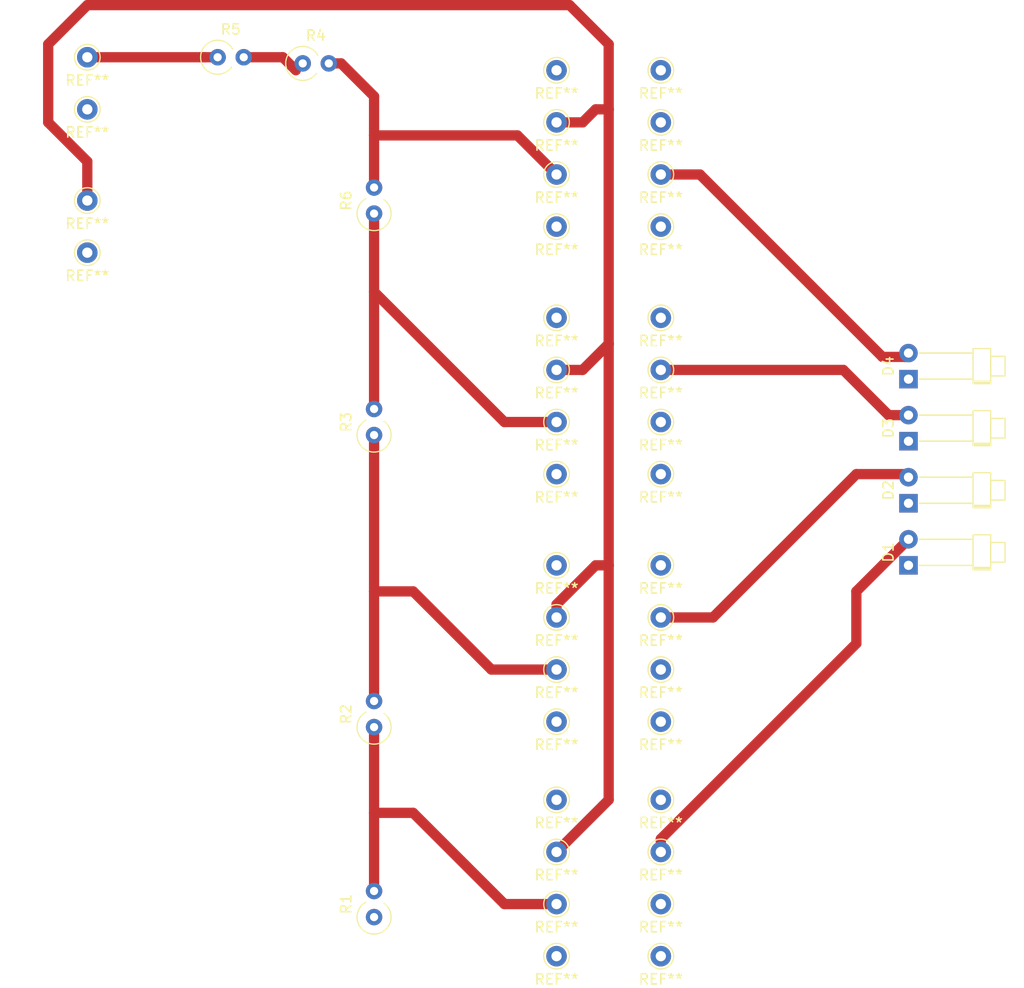
<source format=kicad_pcb>
(kicad_pcb (version 20171130) (host pcbnew "(5.1.4)-1")

  (general
    (thickness 1.6)
    (drawings 0)
    (tracks 59)
    (zones 0)
    (modules 46)
    (nets 18)
  )

  (page A4)
  (layers
    (0 F.Cu signal)
    (31 B.Cu signal)
    (32 B.Adhes user)
    (33 F.Adhes user)
    (34 B.Paste user)
    (35 F.Paste user)
    (36 B.SilkS user)
    (37 F.SilkS user)
    (38 B.Mask user)
    (39 F.Mask user)
    (40 Dwgs.User user)
    (41 Cmts.User user)
    (42 Eco1.User user)
    (43 Eco2.User user)
    (44 Edge.Cuts user)
    (45 Margin user)
    (46 B.CrtYd user)
    (47 F.CrtYd user)
    (48 B.Fab user)
    (49 F.Fab user)
  )

  (setup
    (last_trace_width 0.25)
    (user_trace_width 1)
    (trace_clearance 0.2)
    (zone_clearance 0.508)
    (zone_45_only no)
    (trace_min 0.2)
    (via_size 0.8)
    (via_drill 0.4)
    (via_min_size 0.4)
    (via_min_drill 0.3)
    (uvia_size 0.3)
    (uvia_drill 0.1)
    (uvias_allowed no)
    (uvia_min_size 0.2)
    (uvia_min_drill 0.1)
    (edge_width 0.05)
    (segment_width 0.2)
    (pcb_text_width 0.3)
    (pcb_text_size 1.5 1.5)
    (mod_edge_width 0.12)
    (mod_text_size 1 1)
    (mod_text_width 0.15)
    (pad_size 1.524 1.524)
    (pad_drill 0.762)
    (pad_to_mask_clearance 0.051)
    (solder_mask_min_width 0.25)
    (aux_axis_origin 0 0)
    (visible_elements 7FFFFFFF)
    (pcbplotparams
      (layerselection 0x010fc_ffffffff)
      (usegerberextensions false)
      (usegerberattributes false)
      (usegerberadvancedattributes false)
      (creategerberjobfile false)
      (excludeedgelayer true)
      (linewidth 0.100000)
      (plotframeref false)
      (viasonmask false)
      (mode 1)
      (useauxorigin false)
      (hpglpennumber 1)
      (hpglpenspeed 20)
      (hpglpendiameter 15.000000)
      (psnegative false)
      (psa4output false)
      (plotreference true)
      (plotvalue true)
      (plotinvisibletext false)
      (padsonsilk false)
      (subtractmaskfromsilk false)
      (outputformat 1)
      (mirror false)
      (drillshape 1)
      (scaleselection 1)
      (outputdirectory ""))
  )

  (net 0 "")
  (net 1 "Net-(D1-Pad2)")
  (net 2 "Net-(D1-Pad1)")
  (net 3 "Net-(D2-Pad2)")
  (net 4 "Net-(D2-Pad1)")
  (net 5 "Net-(D3-Pad2)")
  (net 6 "Net-(D3-Pad1)")
  (net 7 "Net-(D4-Pad2)")
  (net 8 "Net-(D4-Pad1)")
  (net 9 "Net-(R1-Pad2)")
  (net 10 "Net-(R1-Pad1)")
  (net 11 "Net-(R2-Pad1)")
  (net 12 "Net-(R3-Pad2)")
  (net 13 "Net-(R4-Pad2)")
  (net 14 "Net-(R5-Pad2)")
  (net 15 "Net-(R5-Pad1)")
  (net 16 "Net-(R6-Pad2)")
  (net 17 "Net-(R6-Pad1)")

  (net_class Default "Esta es la clase de red por defecto."
    (clearance 0.2)
    (trace_width 0.25)
    (via_dia 0.8)
    (via_drill 0.4)
    (uvia_dia 0.3)
    (uvia_drill 0.1)
    (add_net "Net-(D1-Pad1)")
    (add_net "Net-(D1-Pad2)")
    (add_net "Net-(D2-Pad1)")
    (add_net "Net-(D2-Pad2)")
    (add_net "Net-(D3-Pad1)")
    (add_net "Net-(D3-Pad2)")
    (add_net "Net-(D4-Pad1)")
    (add_net "Net-(D4-Pad2)")
    (add_net "Net-(R1-Pad1)")
    (add_net "Net-(R1-Pad2)")
    (add_net "Net-(R2-Pad1)")
    (add_net "Net-(R3-Pad2)")
    (add_net "Net-(R4-Pad2)")
    (add_net "Net-(R5-Pad1)")
    (add_net "Net-(R5-Pad2)")
    (add_net "Net-(R6-Pad1)")
    (add_net "Net-(R6-Pad2)")
  )

  (module Connector_Pin:Pin_D1.0mm_L10.0mm (layer F.Cu) (tedit 5A1DC084) (tstamp 5DBD89B4)
    (at 107.95 54.61)
    (descr "solder Pin_ diameter 1.0mm, hole diameter 1.0mm (press fit), length 10.0mm")
    (tags "solder Pin_ press fit")
    (fp_text reference REF** (at 0 2.25) (layer F.SilkS)
      (effects (font (size 1 1) (thickness 0.15)))
    )
    (fp_text value Pin_D1.0mm_L10.0mm (at 0 -2.05) (layer F.Fab)
      (effects (font (size 1 1) (thickness 0.15)))
    )
    (fp_circle (center 0 0) (end 1.25 0.05) (layer F.SilkS) (width 0.12))
    (fp_circle (center 0 0) (end 1 0) (layer F.Fab) (width 0.12))
    (fp_circle (center 0 0) (end 0.5 0) (layer F.Fab) (width 0.12))
    (fp_circle (center 0 0) (end 1.5 0) (layer F.CrtYd) (width 0.05))
    (fp_text user %R (at 0 2.25) (layer F.Fab)
      (effects (font (size 1 1) (thickness 0.15)))
    )
    (pad 1 thru_hole circle (at 0 0) (size 2 2) (drill 1) (layers *.Cu *.Mask))
    (model ${KISYS3DMOD}/Connector_Pin.3dshapes/Pin_D1.0mm_L10.0mm.wrl
      (at (xyz 0 0 0))
      (scale (xyz 1 1 1))
      (rotate (xyz 0 0 0))
    )
  )

  (module Connector_Pin:Pin_D1.0mm_L10.0mm (layer F.Cu) (tedit 5A1DC084) (tstamp 5DBD898F)
    (at 107.95 49.53)
    (descr "solder Pin_ diameter 1.0mm, hole diameter 1.0mm (press fit), length 10.0mm")
    (tags "solder Pin_ press fit")
    (fp_text reference REF** (at 0 2.25) (layer F.SilkS)
      (effects (font (size 1 1) (thickness 0.15)))
    )
    (fp_text value Pin_D1.0mm_L10.0mm (at 0 -2.05) (layer F.Fab)
      (effects (font (size 1 1) (thickness 0.15)))
    )
    (fp_circle (center 0 0) (end 1.25 0.05) (layer F.SilkS) (width 0.12))
    (fp_circle (center 0 0) (end 1 0) (layer F.Fab) (width 0.12))
    (fp_circle (center 0 0) (end 0.5 0) (layer F.Fab) (width 0.12))
    (fp_circle (center 0 0) (end 1.5 0) (layer F.CrtYd) (width 0.05))
    (fp_text user %R (at 0 2.25) (layer F.Fab)
      (effects (font (size 1 1) (thickness 0.15)))
    )
    (pad 1 thru_hole circle (at 0 0) (size 2 2) (drill 1) (layers *.Cu *.Mask))
    (model ${KISYS3DMOD}/Connector_Pin.3dshapes/Pin_D1.0mm_L10.0mm.wrl
      (at (xyz 0 0 0))
      (scale (xyz 1 1 1))
      (rotate (xyz 0 0 0))
    )
  )

  (module Connector_Pin:Pin_D1.0mm_L10.0mm (layer F.Cu) (tedit 5A1DC084) (tstamp 5DBD896A)
    (at 107.95 40.64)
    (descr "solder Pin_ diameter 1.0mm, hole diameter 1.0mm (press fit), length 10.0mm")
    (tags "solder Pin_ press fit")
    (fp_text reference REF** (at 0 2.25) (layer F.SilkS)
      (effects (font (size 1 1) (thickness 0.15)))
    )
    (fp_text value Pin_D1.0mm_L10.0mm (at 0 -2.05) (layer F.Fab)
      (effects (font (size 1 1) (thickness 0.15)))
    )
    (fp_circle (center 0 0) (end 1.25 0.05) (layer F.SilkS) (width 0.12))
    (fp_circle (center 0 0) (end 1 0) (layer F.Fab) (width 0.12))
    (fp_circle (center 0 0) (end 0.5 0) (layer F.Fab) (width 0.12))
    (fp_circle (center 0 0) (end 1.5 0) (layer F.CrtYd) (width 0.05))
    (fp_text user %R (at 0 2.25) (layer F.Fab)
      (effects (font (size 1 1) (thickness 0.15)))
    )
    (pad 1 thru_hole circle (at 0 0) (size 2 2) (drill 1) (layers *.Cu *.Mask))
    (model ${KISYS3DMOD}/Connector_Pin.3dshapes/Pin_D1.0mm_L10.0mm.wrl
      (at (xyz 0 0 0))
      (scale (xyz 1 1 1))
      (rotate (xyz 0 0 0))
    )
  )

  (module Connector_Pin:Pin_D1.0mm_L10.0mm (layer F.Cu) (tedit 5A1DC084) (tstamp 5DBD8945)
    (at 107.95 35.56)
    (descr "solder Pin_ diameter 1.0mm, hole diameter 1.0mm (press fit), length 10.0mm")
    (tags "solder Pin_ press fit")
    (fp_text reference REF** (at 0 2.25) (layer F.SilkS)
      (effects (font (size 1 1) (thickness 0.15)))
    )
    (fp_text value Pin_D1.0mm_L10.0mm (at 0 -2.05) (layer F.Fab)
      (effects (font (size 1 1) (thickness 0.15)))
    )
    (fp_circle (center 0 0) (end 1.25 0.05) (layer F.SilkS) (width 0.12))
    (fp_circle (center 0 0) (end 1 0) (layer F.Fab) (width 0.12))
    (fp_circle (center 0 0) (end 0.5 0) (layer F.Fab) (width 0.12))
    (fp_circle (center 0 0) (end 1.5 0) (layer F.CrtYd) (width 0.05))
    (fp_text user %R (at 0 2.25) (layer F.Fab)
      (effects (font (size 1 1) (thickness 0.15)))
    )
    (pad 1 thru_hole circle (at 0 0) (size 2 2) (drill 1) (layers *.Cu *.Mask))
    (model ${KISYS3DMOD}/Connector_Pin.3dshapes/Pin_D1.0mm_L10.0mm.wrl
      (at (xyz 0 0 0))
      (scale (xyz 1 1 1))
      (rotate (xyz 0 0 0))
    )
  )

  (module Resistor_THT:R_Axial_DIN0309_L9.0mm_D3.2mm_P2.54mm_Vertical (layer F.Cu) (tedit 5AE5139B) (tstamp 5DBD78D7)
    (at 135.89 50.8 90)
    (descr "Resistor, Axial_DIN0309 series, Axial, Vertical, pin pitch=2.54mm, 0.5W = 1/2W, length*diameter=9*3.2mm^2, http://cdn-reichelt.de/documents/datenblatt/B400/1_4W%23YAG.pdf")
    (tags "Resistor Axial_DIN0309 series Axial Vertical pin pitch 2.54mm 0.5W = 1/2W length 9mm diameter 3.2mm")
    (path /5DBD03A8)
    (fp_text reference R6 (at 1.27 -2.72 90) (layer F.SilkS)
      (effects (font (size 1 1) (thickness 0.15)))
    )
    (fp_text value R (at 1.27 2.72 90) (layer F.Fab)
      (effects (font (size 1 1) (thickness 0.15)))
    )
    (fp_text user %R (at 1.27 -2.72 90) (layer F.Fab)
      (effects (font (size 1 1) (thickness 0.15)))
    )
    (fp_line (start 3.59 -1.85) (end -1.85 -1.85) (layer F.CrtYd) (width 0.05))
    (fp_line (start 3.59 1.85) (end 3.59 -1.85) (layer F.CrtYd) (width 0.05))
    (fp_line (start -1.85 1.85) (end 3.59 1.85) (layer F.CrtYd) (width 0.05))
    (fp_line (start -1.85 -1.85) (end -1.85 1.85) (layer F.CrtYd) (width 0.05))
    (fp_line (start 0 0) (end 2.54 0) (layer F.Fab) (width 0.1))
    (fp_circle (center 0 0) (end 1.6 0) (layer F.Fab) (width 0.1))
    (fp_arc (start 0 0) (end 1.453272 -0.8) (angle -295.326041) (layer F.SilkS) (width 0.12))
    (pad 2 thru_hole oval (at 2.54 0 90) (size 1.6 1.6) (drill 0.8) (layers *.Cu *.Mask)
      (net 16 "Net-(R6-Pad2)"))
    (pad 1 thru_hole circle (at 0 0 90) (size 1.6 1.6) (drill 0.8) (layers *.Cu *.Mask)
      (net 17 "Net-(R6-Pad1)"))
    (model ${KISYS3DMOD}/Resistor_THT.3dshapes/R_Axial_DIN0309_L9.0mm_D3.2mm_P2.54mm_Vertical.wrl
      (at (xyz 0 0 0))
      (scale (xyz 1 1 1))
      (rotate (xyz 0 0 0))
    )
  )

  (module Resistor_THT:R_Axial_DIN0309_L9.0mm_D3.2mm_P2.54mm_Vertical (layer F.Cu) (tedit 5AE5139B) (tstamp 5DBD78C9)
    (at 120.65 35.56)
    (descr "Resistor, Axial_DIN0309 series, Axial, Vertical, pin pitch=2.54mm, 0.5W = 1/2W, length*diameter=9*3.2mm^2, http://cdn-reichelt.de/documents/datenblatt/B400/1_4W%23YAG.pdf")
    (tags "Resistor Axial_DIN0309 series Axial Vertical pin pitch 2.54mm 0.5W = 1/2W length 9mm diameter 3.2mm")
    (path /5DBD01AB)
    (fp_text reference R5 (at 1.27 -2.72) (layer F.SilkS)
      (effects (font (size 1 1) (thickness 0.15)))
    )
    (fp_text value R (at 1.27 2.72) (layer F.Fab)
      (effects (font (size 1 1) (thickness 0.15)))
    )
    (fp_text user %R (at 1.27 -2.72) (layer F.Fab)
      (effects (font (size 1 1) (thickness 0.15)))
    )
    (fp_line (start 3.59 -1.85) (end -1.85 -1.85) (layer F.CrtYd) (width 0.05))
    (fp_line (start 3.59 1.85) (end 3.59 -1.85) (layer F.CrtYd) (width 0.05))
    (fp_line (start -1.85 1.85) (end 3.59 1.85) (layer F.CrtYd) (width 0.05))
    (fp_line (start -1.85 -1.85) (end -1.85 1.85) (layer F.CrtYd) (width 0.05))
    (fp_line (start 0 0) (end 2.54 0) (layer F.Fab) (width 0.1))
    (fp_circle (center 0 0) (end 1.6 0) (layer F.Fab) (width 0.1))
    (fp_arc (start 0 0) (end 1.453272 -0.8) (angle -295.326041) (layer F.SilkS) (width 0.12))
    (pad 2 thru_hole oval (at 2.54 0) (size 1.6 1.6) (drill 0.8) (layers *.Cu *.Mask)
      (net 14 "Net-(R5-Pad2)"))
    (pad 1 thru_hole circle (at 0 0) (size 1.6 1.6) (drill 0.8) (layers *.Cu *.Mask)
      (net 15 "Net-(R5-Pad1)"))
    (model ${KISYS3DMOD}/Resistor_THT.3dshapes/R_Axial_DIN0309_L9.0mm_D3.2mm_P2.54mm_Vertical.wrl
      (at (xyz 0 0 0))
      (scale (xyz 1 1 1))
      (rotate (xyz 0 0 0))
    )
  )

  (module Resistor_THT:R_Axial_DIN0309_L9.0mm_D3.2mm_P2.54mm_Vertical (layer F.Cu) (tedit 5AE5139B) (tstamp 5DBD78BB)
    (at 128.94 36.16)
    (descr "Resistor, Axial_DIN0309 series, Axial, Vertical, pin pitch=2.54mm, 0.5W = 1/2W, length*diameter=9*3.2mm^2, http://cdn-reichelt.de/documents/datenblatt/B400/1_4W%23YAG.pdf")
    (tags "Resistor Axial_DIN0309 series Axial Vertical pin pitch 2.54mm 0.5W = 1/2W length 9mm diameter 3.2mm")
    (path /5DBCFFC8)
    (fp_text reference R4 (at 1.27 -2.72) (layer F.SilkS)
      (effects (font (size 1 1) (thickness 0.15)))
    )
    (fp_text value R (at 1.27 2.72) (layer F.Fab)
      (effects (font (size 1 1) (thickness 0.15)))
    )
    (fp_text user %R (at 1.27 -2.72) (layer F.Fab)
      (effects (font (size 1 1) (thickness 0.15)))
    )
    (fp_line (start 3.59 -1.85) (end -1.85 -1.85) (layer F.CrtYd) (width 0.05))
    (fp_line (start 3.59 1.85) (end 3.59 -1.85) (layer F.CrtYd) (width 0.05))
    (fp_line (start -1.85 1.85) (end 3.59 1.85) (layer F.CrtYd) (width 0.05))
    (fp_line (start -1.85 -1.85) (end -1.85 1.85) (layer F.CrtYd) (width 0.05))
    (fp_line (start 0 0) (end 2.54 0) (layer F.Fab) (width 0.1))
    (fp_circle (center 0 0) (end 1.6 0) (layer F.Fab) (width 0.1))
    (fp_arc (start 0 0) (end 1.453272 -0.8) (angle -295.326041) (layer F.SilkS) (width 0.12))
    (pad 2 thru_hole oval (at 2.54 0) (size 1.6 1.6) (drill 0.8) (layers *.Cu *.Mask)
      (net 13 "Net-(R4-Pad2)"))
    (pad 1 thru_hole circle (at 0 0) (size 1.6 1.6) (drill 0.8) (layers *.Cu *.Mask)
      (net 12 "Net-(R3-Pad2)"))
    (model ${KISYS3DMOD}/Resistor_THT.3dshapes/R_Axial_DIN0309_L9.0mm_D3.2mm_P2.54mm_Vertical.wrl
      (at (xyz 0 0 0))
      (scale (xyz 1 1 1))
      (rotate (xyz 0 0 0))
    )
  )

  (module Resistor_THT:R_Axial_DIN0309_L9.0mm_D3.2mm_P2.54mm_Vertical (layer F.Cu) (tedit 5AE5139B) (tstamp 5DBD78AD)
    (at 135.89 72.39 90)
    (descr "Resistor, Axial_DIN0309 series, Axial, Vertical, pin pitch=2.54mm, 0.5W = 1/2W, length*diameter=9*3.2mm^2, http://cdn-reichelt.de/documents/datenblatt/B400/1_4W%23YAG.pdf")
    (tags "Resistor Axial_DIN0309 series Axial Vertical pin pitch 2.54mm 0.5W = 1/2W length 9mm diameter 3.2mm")
    (path /5DBCFDF0)
    (fp_text reference R3 (at 1.27 -2.72 90) (layer F.SilkS)
      (effects (font (size 1 1) (thickness 0.15)))
    )
    (fp_text value R (at 1.27 2.72 90) (layer F.Fab)
      (effects (font (size 1 1) (thickness 0.15)))
    )
    (fp_text user %R (at 1.27 -2.72 90) (layer F.Fab)
      (effects (font (size 1 1) (thickness 0.15)))
    )
    (fp_line (start 3.59 -1.85) (end -1.85 -1.85) (layer F.CrtYd) (width 0.05))
    (fp_line (start 3.59 1.85) (end 3.59 -1.85) (layer F.CrtYd) (width 0.05))
    (fp_line (start -1.85 1.85) (end 3.59 1.85) (layer F.CrtYd) (width 0.05))
    (fp_line (start -1.85 -1.85) (end -1.85 1.85) (layer F.CrtYd) (width 0.05))
    (fp_line (start 0 0) (end 2.54 0) (layer F.Fab) (width 0.1))
    (fp_circle (center 0 0) (end 1.6 0) (layer F.Fab) (width 0.1))
    (fp_arc (start 0 0) (end 1.453272 -0.8) (angle -295.326041) (layer F.SilkS) (width 0.12))
    (pad 2 thru_hole oval (at 2.54 0 90) (size 1.6 1.6) (drill 0.8) (layers *.Cu *.Mask)
      (net 12 "Net-(R3-Pad2)"))
    (pad 1 thru_hole circle (at 0 0 90) (size 1.6 1.6) (drill 0.8) (layers *.Cu *.Mask)
      (net 11 "Net-(R2-Pad1)"))
    (model ${KISYS3DMOD}/Resistor_THT.3dshapes/R_Axial_DIN0309_L9.0mm_D3.2mm_P2.54mm_Vertical.wrl
      (at (xyz 0 0 0))
      (scale (xyz 1 1 1))
      (rotate (xyz 0 0 0))
    )
  )

  (module Resistor_THT:R_Axial_DIN0309_L9.0mm_D3.2mm_P2.54mm_Vertical (layer F.Cu) (tedit 5AE5139B) (tstamp 5DBD789F)
    (at 135.89 100.86 90)
    (descr "Resistor, Axial_DIN0309 series, Axial, Vertical, pin pitch=2.54mm, 0.5W = 1/2W, length*diameter=9*3.2mm^2, http://cdn-reichelt.de/documents/datenblatt/B400/1_4W%23YAG.pdf")
    (tags "Resistor Axial_DIN0309 series Axial Vertical pin pitch 2.54mm 0.5W = 1/2W length 9mm diameter 3.2mm")
    (path /5DBCFC09)
    (fp_text reference R2 (at 1.27 -2.72 90) (layer F.SilkS)
      (effects (font (size 1 1) (thickness 0.15)))
    )
    (fp_text value R (at 1.27 2.72 90) (layer F.Fab)
      (effects (font (size 1 1) (thickness 0.15)))
    )
    (fp_text user %R (at 1.27 -2.72 90) (layer F.Fab)
      (effects (font (size 1 1) (thickness 0.15)))
    )
    (fp_line (start 3.59 -1.85) (end -1.85 -1.85) (layer F.CrtYd) (width 0.05))
    (fp_line (start 3.59 1.85) (end 3.59 -1.85) (layer F.CrtYd) (width 0.05))
    (fp_line (start -1.85 1.85) (end 3.59 1.85) (layer F.CrtYd) (width 0.05))
    (fp_line (start -1.85 -1.85) (end -1.85 1.85) (layer F.CrtYd) (width 0.05))
    (fp_line (start 0 0) (end 2.54 0) (layer F.Fab) (width 0.1))
    (fp_circle (center 0 0) (end 1.6 0) (layer F.Fab) (width 0.1))
    (fp_arc (start 0 0) (end 1.453272 -0.8) (angle -295.326041) (layer F.SilkS) (width 0.12))
    (pad 2 thru_hole oval (at 2.54 0 90) (size 1.6 1.6) (drill 0.8) (layers *.Cu *.Mask)
      (net 10 "Net-(R1-Pad1)"))
    (pad 1 thru_hole circle (at 0 0 90) (size 1.6 1.6) (drill 0.8) (layers *.Cu *.Mask)
      (net 11 "Net-(R2-Pad1)"))
    (model ${KISYS3DMOD}/Resistor_THT.3dshapes/R_Axial_DIN0309_L9.0mm_D3.2mm_P2.54mm_Vertical.wrl
      (at (xyz 0 0 0))
      (scale (xyz 1 1 1))
      (rotate (xyz 0 0 0))
    )
  )

  (module Resistor_THT:R_Axial_DIN0309_L9.0mm_D3.2mm_P2.54mm_Vertical (layer F.Cu) (tedit 5AE5139B) (tstamp 5DBD7891)
    (at 135.89 119.38 90)
    (descr "Resistor, Axial_DIN0309 series, Axial, Vertical, pin pitch=2.54mm, 0.5W = 1/2W, length*diameter=9*3.2mm^2, http://cdn-reichelt.de/documents/datenblatt/B400/1_4W%23YAG.pdf")
    (tags "Resistor Axial_DIN0309 series Axial Vertical pin pitch 2.54mm 0.5W = 1/2W length 9mm diameter 3.2mm")
    (path /5DBCF958)
    (fp_text reference R1 (at 1.27 -2.72 90) (layer F.SilkS)
      (effects (font (size 1 1) (thickness 0.15)))
    )
    (fp_text value R (at 1.27 2.72 90) (layer F.Fab)
      (effects (font (size 1 1) (thickness 0.15)))
    )
    (fp_text user %R (at 1.27 -2.72 90) (layer F.Fab)
      (effects (font (size 1 1) (thickness 0.15)))
    )
    (fp_line (start 3.59 -1.85) (end -1.85 -1.85) (layer F.CrtYd) (width 0.05))
    (fp_line (start 3.59 1.85) (end 3.59 -1.85) (layer F.CrtYd) (width 0.05))
    (fp_line (start -1.85 1.85) (end 3.59 1.85) (layer F.CrtYd) (width 0.05))
    (fp_line (start -1.85 -1.85) (end -1.85 1.85) (layer F.CrtYd) (width 0.05))
    (fp_line (start 0 0) (end 2.54 0) (layer F.Fab) (width 0.1))
    (fp_circle (center 0 0) (end 1.6 0) (layer F.Fab) (width 0.1))
    (fp_arc (start 0 0) (end 1.453272 -0.8) (angle -295.326041) (layer F.SilkS) (width 0.12))
    (pad 2 thru_hole oval (at 2.54 0 90) (size 1.6 1.6) (drill 0.8) (layers *.Cu *.Mask)
      (net 9 "Net-(R1-Pad2)"))
    (pad 1 thru_hole circle (at 0 0 90) (size 1.6 1.6) (drill 0.8) (layers *.Cu *.Mask)
      (net 10 "Net-(R1-Pad1)"))
    (model ${KISYS3DMOD}/Resistor_THT.3dshapes/R_Axial_DIN0309_L9.0mm_D3.2mm_P2.54mm_Vertical.wrl
      (at (xyz 0 0 0))
      (scale (xyz 1 1 1))
      (rotate (xyz 0 0 0))
    )
  )

  (module LED_THT:LED_D1.8mm_W1.8mm_H2.4mm_Horizontal_O6.35mm_Z4.9mm (layer F.Cu) (tedit 5880A863) (tstamp 5DBD7883)
    (at 187.96 66.94 90)
    (descr "LED, ,  diameter 1.8mm size 1.8x2.4mm^2 z-position of LED center 1.6mm, 2 pins,  diameter 1.8mm size 1.8x2.4mm^2 z-position of LED center 1.6mm, 2 pins,  diameter 1.8mm size 1.8x2.4mm^2 z-position of LED center 1.6mm, 2 pins,  diameter 1.8mm size 1.8x2.4mm^2 z-position of LED center 4.9mm, 2 pins,  diameter 1.8mm size 1.8x2.4mm^2 z-position of LED center 4.9mm, 2 pins,  diameter 1.8mm size 1.8x2.4mm^2 z-position of LED center 4.9mm, 2 pins")
    (tags "LED   diameter 1.8mm size 1.8x2.4mm^2 z-position of LED center 1.6mm 2 pins  diameter 1.8mm size 1.8x2.4mm^2 z-position of LED center 1.6mm 2 pins  diameter 1.8mm size 1.8x2.4mm^2 z-position of LED center 1.6mm 2 pins  diameter 1.8mm size 1.8x2.4mm^2 z-position of LED center 4.9mm 2 pins  diameter 1.8mm size 1.8x2.4mm^2 z-position of LED center 4.9mm 2 pins  diameter 1.8mm size 1.8x2.4mm^2 z-position of LED center 4.9mm 2 pins")
    (path /5DBCF368)
    (fp_text reference D4 (at 1.27 -1.96 90) (layer F.SilkS)
      (effects (font (size 1 1) (thickness 0.15)))
    )
    (fp_text value LED (at 1.27 10.41 90) (layer F.Fab)
      (effects (font (size 1 1) (thickness 0.15)))
    )
    (fp_line (start 3.75 -1.25) (end -1.25 -1.25) (layer F.CrtYd) (width 0.05))
    (fp_line (start 3.75 9.7) (end 3.75 -1.25) (layer F.CrtYd) (width 0.05))
    (fp_line (start -1.25 9.7) (end 3.75 9.7) (layer F.CrtYd) (width 0.05))
    (fp_line (start -1.25 -1.25) (end -1.25 9.7) (layer F.CrtYd) (width 0.05))
    (fp_line (start 2.54 1.08) (end 2.54 1.08) (layer F.SilkS) (width 0.12))
    (fp_line (start 2.54 6.29) (end 2.54 1.08) (layer F.SilkS) (width 0.12))
    (fp_line (start 2.54 6.29) (end 2.54 6.29) (layer F.SilkS) (width 0.12))
    (fp_line (start 2.54 1.08) (end 2.54 6.29) (layer F.SilkS) (width 0.12))
    (fp_line (start 0 1.08) (end 0 1.08) (layer F.SilkS) (width 0.12))
    (fp_line (start 0 6.29) (end 0 1.08) (layer F.SilkS) (width 0.12))
    (fp_line (start 0 6.29) (end 0 6.29) (layer F.SilkS) (width 0.12))
    (fp_line (start 0 1.08) (end 0 6.29) (layer F.SilkS) (width 0.12))
    (fp_line (start 2.23 8.01) (end 0.31 8.01) (layer F.SilkS) (width 0.12))
    (fp_line (start 2.23 9.41) (end 2.23 8.01) (layer F.SilkS) (width 0.12))
    (fp_line (start 0.31 9.41) (end 2.23 9.41) (layer F.SilkS) (width 0.12))
    (fp_line (start 0.31 8.01) (end 0.31 9.41) (layer F.SilkS) (width 0.12))
    (fp_line (start -0.2 6.29) (end -0.2 8.01) (layer F.SilkS) (width 0.12))
    (fp_line (start -0.32 6.29) (end -0.32 8.01) (layer F.SilkS) (width 0.12))
    (fp_line (start 2.98 6.29) (end -0.44 6.29) (layer F.SilkS) (width 0.12))
    (fp_line (start 2.98 8.01) (end 2.98 6.29) (layer F.SilkS) (width 0.12))
    (fp_line (start -0.44 8.01) (end 2.98 8.01) (layer F.SilkS) (width 0.12))
    (fp_line (start -0.44 6.29) (end -0.44 8.01) (layer F.SilkS) (width 0.12))
    (fp_line (start 2.54 0) (end 2.54 0) (layer F.Fab) (width 0.1))
    (fp_line (start 2.54 6.35) (end 2.54 0) (layer F.Fab) (width 0.1))
    (fp_line (start 2.54 6.35) (end 2.54 6.35) (layer F.Fab) (width 0.1))
    (fp_line (start 2.54 0) (end 2.54 6.35) (layer F.Fab) (width 0.1))
    (fp_line (start 0 0) (end 0 0) (layer F.Fab) (width 0.1))
    (fp_line (start 0 6.35) (end 0 0) (layer F.Fab) (width 0.1))
    (fp_line (start 0 6.35) (end 0 6.35) (layer F.Fab) (width 0.1))
    (fp_line (start 0 0) (end 0 6.35) (layer F.Fab) (width 0.1))
    (fp_line (start 2.17 7.95) (end 0.37 7.95) (layer F.Fab) (width 0.1))
    (fp_line (start 2.17 9.35) (end 2.17 7.95) (layer F.Fab) (width 0.1))
    (fp_line (start 0.37 9.35) (end 2.17 9.35) (layer F.Fab) (width 0.1))
    (fp_line (start 0.37 7.95) (end 0.37 9.35) (layer F.Fab) (width 0.1))
    (fp_line (start 2.92 6.35) (end -0.38 6.35) (layer F.Fab) (width 0.1))
    (fp_line (start 2.92 7.95) (end 2.92 6.35) (layer F.Fab) (width 0.1))
    (fp_line (start -0.38 7.95) (end 2.92 7.95) (layer F.Fab) (width 0.1))
    (fp_line (start -0.38 6.35) (end -0.38 7.95) (layer F.Fab) (width 0.1))
    (pad 2 thru_hole circle (at 2.54 0 90) (size 1.8 1.8) (drill 0.9) (layers *.Cu *.Mask)
      (net 7 "Net-(D4-Pad2)"))
    (pad 1 thru_hole rect (at 0 0 90) (size 1.8 1.8) (drill 0.9) (layers *.Cu *.Mask)
      (net 8 "Net-(D4-Pad1)"))
    (model ${KISYS3DMOD}/LED_THT.3dshapes/LED_D1.8mm_W1.8mm_H2.4mm_Horizontal_O6.35mm_Z4.9mm.wrl
      (at (xyz 0 0 0))
      (scale (xyz 1 1 1))
      (rotate (xyz 0 0 0))
    )
  )

  (module LED_THT:LED_D1.8mm_W1.8mm_H2.4mm_Horizontal_O6.35mm_Z4.9mm (layer F.Cu) (tedit 5880A863) (tstamp 5DBD7857)
    (at 187.96 72.99 90)
    (descr "LED, ,  diameter 1.8mm size 1.8x2.4mm^2 z-position of LED center 1.6mm, 2 pins,  diameter 1.8mm size 1.8x2.4mm^2 z-position of LED center 1.6mm, 2 pins,  diameter 1.8mm size 1.8x2.4mm^2 z-position of LED center 1.6mm, 2 pins,  diameter 1.8mm size 1.8x2.4mm^2 z-position of LED center 4.9mm, 2 pins,  diameter 1.8mm size 1.8x2.4mm^2 z-position of LED center 4.9mm, 2 pins,  diameter 1.8mm size 1.8x2.4mm^2 z-position of LED center 4.9mm, 2 pins")
    (tags "LED   diameter 1.8mm size 1.8x2.4mm^2 z-position of LED center 1.6mm 2 pins  diameter 1.8mm size 1.8x2.4mm^2 z-position of LED center 1.6mm 2 pins  diameter 1.8mm size 1.8x2.4mm^2 z-position of LED center 1.6mm 2 pins  diameter 1.8mm size 1.8x2.4mm^2 z-position of LED center 4.9mm 2 pins  diameter 1.8mm size 1.8x2.4mm^2 z-position of LED center 4.9mm 2 pins  diameter 1.8mm size 1.8x2.4mm^2 z-position of LED center 4.9mm 2 pins")
    (path /5DBCEFD4)
    (fp_text reference D3 (at 1.27 -1.96 90) (layer F.SilkS)
      (effects (font (size 1 1) (thickness 0.15)))
    )
    (fp_text value LED (at 1.27 10.41 90) (layer F.Fab)
      (effects (font (size 1 1) (thickness 0.15)))
    )
    (fp_line (start 3.75 -1.25) (end -1.25 -1.25) (layer F.CrtYd) (width 0.05))
    (fp_line (start 3.75 9.7) (end 3.75 -1.25) (layer F.CrtYd) (width 0.05))
    (fp_line (start -1.25 9.7) (end 3.75 9.7) (layer F.CrtYd) (width 0.05))
    (fp_line (start -1.25 -1.25) (end -1.25 9.7) (layer F.CrtYd) (width 0.05))
    (fp_line (start 2.54 1.08) (end 2.54 1.08) (layer F.SilkS) (width 0.12))
    (fp_line (start 2.54 6.29) (end 2.54 1.08) (layer F.SilkS) (width 0.12))
    (fp_line (start 2.54 6.29) (end 2.54 6.29) (layer F.SilkS) (width 0.12))
    (fp_line (start 2.54 1.08) (end 2.54 6.29) (layer F.SilkS) (width 0.12))
    (fp_line (start 0 1.08) (end 0 1.08) (layer F.SilkS) (width 0.12))
    (fp_line (start 0 6.29) (end 0 1.08) (layer F.SilkS) (width 0.12))
    (fp_line (start 0 6.29) (end 0 6.29) (layer F.SilkS) (width 0.12))
    (fp_line (start 0 1.08) (end 0 6.29) (layer F.SilkS) (width 0.12))
    (fp_line (start 2.23 8.01) (end 0.31 8.01) (layer F.SilkS) (width 0.12))
    (fp_line (start 2.23 9.41) (end 2.23 8.01) (layer F.SilkS) (width 0.12))
    (fp_line (start 0.31 9.41) (end 2.23 9.41) (layer F.SilkS) (width 0.12))
    (fp_line (start 0.31 8.01) (end 0.31 9.41) (layer F.SilkS) (width 0.12))
    (fp_line (start -0.2 6.29) (end -0.2 8.01) (layer F.SilkS) (width 0.12))
    (fp_line (start -0.32 6.29) (end -0.32 8.01) (layer F.SilkS) (width 0.12))
    (fp_line (start 2.98 6.29) (end -0.44 6.29) (layer F.SilkS) (width 0.12))
    (fp_line (start 2.98 8.01) (end 2.98 6.29) (layer F.SilkS) (width 0.12))
    (fp_line (start -0.44 8.01) (end 2.98 8.01) (layer F.SilkS) (width 0.12))
    (fp_line (start -0.44 6.29) (end -0.44 8.01) (layer F.SilkS) (width 0.12))
    (fp_line (start 2.54 0) (end 2.54 0) (layer F.Fab) (width 0.1))
    (fp_line (start 2.54 6.35) (end 2.54 0) (layer F.Fab) (width 0.1))
    (fp_line (start 2.54 6.35) (end 2.54 6.35) (layer F.Fab) (width 0.1))
    (fp_line (start 2.54 0) (end 2.54 6.35) (layer F.Fab) (width 0.1))
    (fp_line (start 0 0) (end 0 0) (layer F.Fab) (width 0.1))
    (fp_line (start 0 6.35) (end 0 0) (layer F.Fab) (width 0.1))
    (fp_line (start 0 6.35) (end 0 6.35) (layer F.Fab) (width 0.1))
    (fp_line (start 0 0) (end 0 6.35) (layer F.Fab) (width 0.1))
    (fp_line (start 2.17 7.95) (end 0.37 7.95) (layer F.Fab) (width 0.1))
    (fp_line (start 2.17 9.35) (end 2.17 7.95) (layer F.Fab) (width 0.1))
    (fp_line (start 0.37 9.35) (end 2.17 9.35) (layer F.Fab) (width 0.1))
    (fp_line (start 0.37 7.95) (end 0.37 9.35) (layer F.Fab) (width 0.1))
    (fp_line (start 2.92 6.35) (end -0.38 6.35) (layer F.Fab) (width 0.1))
    (fp_line (start 2.92 7.95) (end 2.92 6.35) (layer F.Fab) (width 0.1))
    (fp_line (start -0.38 7.95) (end 2.92 7.95) (layer F.Fab) (width 0.1))
    (fp_line (start -0.38 6.35) (end -0.38 7.95) (layer F.Fab) (width 0.1))
    (pad 2 thru_hole circle (at 2.54 0 90) (size 1.8 1.8) (drill 0.9) (layers *.Cu *.Mask)
      (net 5 "Net-(D3-Pad2)"))
    (pad 1 thru_hole rect (at 0 0 90) (size 1.8 1.8) (drill 0.9) (layers *.Cu *.Mask)
      (net 6 "Net-(D3-Pad1)"))
    (model ${KISYS3DMOD}/LED_THT.3dshapes/LED_D1.8mm_W1.8mm_H2.4mm_Horizontal_O6.35mm_Z4.9mm.wrl
      (at (xyz 0 0 0))
      (scale (xyz 1 1 1))
      (rotate (xyz 0 0 0))
    )
  )

  (module LED_THT:LED_D1.8mm_W1.8mm_H2.4mm_Horizontal_O6.35mm_Z4.9mm (layer F.Cu) (tedit 5880A863) (tstamp 5DBD782B)
    (at 187.96 79.04 90)
    (descr "LED, ,  diameter 1.8mm size 1.8x2.4mm^2 z-position of LED center 1.6mm, 2 pins,  diameter 1.8mm size 1.8x2.4mm^2 z-position of LED center 1.6mm, 2 pins,  diameter 1.8mm size 1.8x2.4mm^2 z-position of LED center 1.6mm, 2 pins,  diameter 1.8mm size 1.8x2.4mm^2 z-position of LED center 4.9mm, 2 pins,  diameter 1.8mm size 1.8x2.4mm^2 z-position of LED center 4.9mm, 2 pins,  diameter 1.8mm size 1.8x2.4mm^2 z-position of LED center 4.9mm, 2 pins")
    (tags "LED   diameter 1.8mm size 1.8x2.4mm^2 z-position of LED center 1.6mm 2 pins  diameter 1.8mm size 1.8x2.4mm^2 z-position of LED center 1.6mm 2 pins  diameter 1.8mm size 1.8x2.4mm^2 z-position of LED center 1.6mm 2 pins  diameter 1.8mm size 1.8x2.4mm^2 z-position of LED center 4.9mm 2 pins  diameter 1.8mm size 1.8x2.4mm^2 z-position of LED center 4.9mm 2 pins  diameter 1.8mm size 1.8x2.4mm^2 z-position of LED center 4.9mm 2 pins")
    (path /5DBCF539)
    (fp_text reference D2 (at 1.27 -1.96 90) (layer F.SilkS)
      (effects (font (size 1 1) (thickness 0.15)))
    )
    (fp_text value LED (at 1.27 10.41 90) (layer F.Fab)
      (effects (font (size 1 1) (thickness 0.15)))
    )
    (fp_line (start 3.75 -1.25) (end -1.25 -1.25) (layer F.CrtYd) (width 0.05))
    (fp_line (start 3.75 9.7) (end 3.75 -1.25) (layer F.CrtYd) (width 0.05))
    (fp_line (start -1.25 9.7) (end 3.75 9.7) (layer F.CrtYd) (width 0.05))
    (fp_line (start -1.25 -1.25) (end -1.25 9.7) (layer F.CrtYd) (width 0.05))
    (fp_line (start 2.54 1.08) (end 2.54 1.08) (layer F.SilkS) (width 0.12))
    (fp_line (start 2.54 6.29) (end 2.54 1.08) (layer F.SilkS) (width 0.12))
    (fp_line (start 2.54 6.29) (end 2.54 6.29) (layer F.SilkS) (width 0.12))
    (fp_line (start 2.54 1.08) (end 2.54 6.29) (layer F.SilkS) (width 0.12))
    (fp_line (start 0 1.08) (end 0 1.08) (layer F.SilkS) (width 0.12))
    (fp_line (start 0 6.29) (end 0 1.08) (layer F.SilkS) (width 0.12))
    (fp_line (start 0 6.29) (end 0 6.29) (layer F.SilkS) (width 0.12))
    (fp_line (start 0 1.08) (end 0 6.29) (layer F.SilkS) (width 0.12))
    (fp_line (start 2.23 8.01) (end 0.31 8.01) (layer F.SilkS) (width 0.12))
    (fp_line (start 2.23 9.41) (end 2.23 8.01) (layer F.SilkS) (width 0.12))
    (fp_line (start 0.31 9.41) (end 2.23 9.41) (layer F.SilkS) (width 0.12))
    (fp_line (start 0.31 8.01) (end 0.31 9.41) (layer F.SilkS) (width 0.12))
    (fp_line (start -0.2 6.29) (end -0.2 8.01) (layer F.SilkS) (width 0.12))
    (fp_line (start -0.32 6.29) (end -0.32 8.01) (layer F.SilkS) (width 0.12))
    (fp_line (start 2.98 6.29) (end -0.44 6.29) (layer F.SilkS) (width 0.12))
    (fp_line (start 2.98 8.01) (end 2.98 6.29) (layer F.SilkS) (width 0.12))
    (fp_line (start -0.44 8.01) (end 2.98 8.01) (layer F.SilkS) (width 0.12))
    (fp_line (start -0.44 6.29) (end -0.44 8.01) (layer F.SilkS) (width 0.12))
    (fp_line (start 2.54 0) (end 2.54 0) (layer F.Fab) (width 0.1))
    (fp_line (start 2.54 6.35) (end 2.54 0) (layer F.Fab) (width 0.1))
    (fp_line (start 2.54 6.35) (end 2.54 6.35) (layer F.Fab) (width 0.1))
    (fp_line (start 2.54 0) (end 2.54 6.35) (layer F.Fab) (width 0.1))
    (fp_line (start 0 0) (end 0 0) (layer F.Fab) (width 0.1))
    (fp_line (start 0 6.35) (end 0 0) (layer F.Fab) (width 0.1))
    (fp_line (start 0 6.35) (end 0 6.35) (layer F.Fab) (width 0.1))
    (fp_line (start 0 0) (end 0 6.35) (layer F.Fab) (width 0.1))
    (fp_line (start 2.17 7.95) (end 0.37 7.95) (layer F.Fab) (width 0.1))
    (fp_line (start 2.17 9.35) (end 2.17 7.95) (layer F.Fab) (width 0.1))
    (fp_line (start 0.37 9.35) (end 2.17 9.35) (layer F.Fab) (width 0.1))
    (fp_line (start 0.37 7.95) (end 0.37 9.35) (layer F.Fab) (width 0.1))
    (fp_line (start 2.92 6.35) (end -0.38 6.35) (layer F.Fab) (width 0.1))
    (fp_line (start 2.92 7.95) (end 2.92 6.35) (layer F.Fab) (width 0.1))
    (fp_line (start -0.38 7.95) (end 2.92 7.95) (layer F.Fab) (width 0.1))
    (fp_line (start -0.38 6.35) (end -0.38 7.95) (layer F.Fab) (width 0.1))
    (pad 2 thru_hole circle (at 2.54 0 90) (size 1.8 1.8) (drill 0.9) (layers *.Cu *.Mask)
      (net 3 "Net-(D2-Pad2)"))
    (pad 1 thru_hole rect (at 0 0 90) (size 1.8 1.8) (drill 0.9) (layers *.Cu *.Mask)
      (net 4 "Net-(D2-Pad1)"))
    (model ${KISYS3DMOD}/LED_THT.3dshapes/LED_D1.8mm_W1.8mm_H2.4mm_Horizontal_O6.35mm_Z4.9mm.wrl
      (at (xyz 0 0 0))
      (scale (xyz 1 1 1))
      (rotate (xyz 0 0 0))
    )
  )

  (module LED_THT:LED_D1.8mm_W1.8mm_H2.4mm_Horizontal_O6.35mm_Z4.9mm (layer F.Cu) (tedit 5880A863) (tstamp 5DBD77FF)
    (at 187.96 85.09 90)
    (descr "LED, ,  diameter 1.8mm size 1.8x2.4mm^2 z-position of LED center 1.6mm, 2 pins,  diameter 1.8mm size 1.8x2.4mm^2 z-position of LED center 1.6mm, 2 pins,  diameter 1.8mm size 1.8x2.4mm^2 z-position of LED center 1.6mm, 2 pins,  diameter 1.8mm size 1.8x2.4mm^2 z-position of LED center 4.9mm, 2 pins,  diameter 1.8mm size 1.8x2.4mm^2 z-position of LED center 4.9mm, 2 pins,  diameter 1.8mm size 1.8x2.4mm^2 z-position of LED center 4.9mm, 2 pins")
    (tags "LED   diameter 1.8mm size 1.8x2.4mm^2 z-position of LED center 1.6mm 2 pins  diameter 1.8mm size 1.8x2.4mm^2 z-position of LED center 1.6mm 2 pins  diameter 1.8mm size 1.8x2.4mm^2 z-position of LED center 1.6mm 2 pins  diameter 1.8mm size 1.8x2.4mm^2 z-position of LED center 4.9mm 2 pins  diameter 1.8mm size 1.8x2.4mm^2 z-position of LED center 4.9mm 2 pins  diameter 1.8mm size 1.8x2.4mm^2 z-position of LED center 4.9mm 2 pins")
    (path /5DBCF727)
    (fp_text reference D1 (at 1.27 -1.96 90) (layer F.SilkS)
      (effects (font (size 1 1) (thickness 0.15)))
    )
    (fp_text value LED (at 1.27 10.41 90) (layer F.Fab)
      (effects (font (size 1 1) (thickness 0.15)))
    )
    (fp_line (start 3.75 -1.25) (end -1.25 -1.25) (layer F.CrtYd) (width 0.05))
    (fp_line (start 3.75 9.7) (end 3.75 -1.25) (layer F.CrtYd) (width 0.05))
    (fp_line (start -1.25 9.7) (end 3.75 9.7) (layer F.CrtYd) (width 0.05))
    (fp_line (start -1.25 -1.25) (end -1.25 9.7) (layer F.CrtYd) (width 0.05))
    (fp_line (start 2.54 1.08) (end 2.54 1.08) (layer F.SilkS) (width 0.12))
    (fp_line (start 2.54 6.29) (end 2.54 1.08) (layer F.SilkS) (width 0.12))
    (fp_line (start 2.54 6.29) (end 2.54 6.29) (layer F.SilkS) (width 0.12))
    (fp_line (start 2.54 1.08) (end 2.54 6.29) (layer F.SilkS) (width 0.12))
    (fp_line (start 0 1.08) (end 0 1.08) (layer F.SilkS) (width 0.12))
    (fp_line (start 0 6.29) (end 0 1.08) (layer F.SilkS) (width 0.12))
    (fp_line (start 0 6.29) (end 0 6.29) (layer F.SilkS) (width 0.12))
    (fp_line (start 0 1.08) (end 0 6.29) (layer F.SilkS) (width 0.12))
    (fp_line (start 2.23 8.01) (end 0.31 8.01) (layer F.SilkS) (width 0.12))
    (fp_line (start 2.23 9.41) (end 2.23 8.01) (layer F.SilkS) (width 0.12))
    (fp_line (start 0.31 9.41) (end 2.23 9.41) (layer F.SilkS) (width 0.12))
    (fp_line (start 0.31 8.01) (end 0.31 9.41) (layer F.SilkS) (width 0.12))
    (fp_line (start -0.2 6.29) (end -0.2 8.01) (layer F.SilkS) (width 0.12))
    (fp_line (start -0.32 6.29) (end -0.32 8.01) (layer F.SilkS) (width 0.12))
    (fp_line (start 2.98 6.29) (end -0.44 6.29) (layer F.SilkS) (width 0.12))
    (fp_line (start 2.98 8.01) (end 2.98 6.29) (layer F.SilkS) (width 0.12))
    (fp_line (start -0.44 8.01) (end 2.98 8.01) (layer F.SilkS) (width 0.12))
    (fp_line (start -0.44 6.29) (end -0.44 8.01) (layer F.SilkS) (width 0.12))
    (fp_line (start 2.54 0) (end 2.54 0) (layer F.Fab) (width 0.1))
    (fp_line (start 2.54 6.35) (end 2.54 0) (layer F.Fab) (width 0.1))
    (fp_line (start 2.54 6.35) (end 2.54 6.35) (layer F.Fab) (width 0.1))
    (fp_line (start 2.54 0) (end 2.54 6.35) (layer F.Fab) (width 0.1))
    (fp_line (start 0 0) (end 0 0) (layer F.Fab) (width 0.1))
    (fp_line (start 0 6.35) (end 0 0) (layer F.Fab) (width 0.1))
    (fp_line (start 0 6.35) (end 0 6.35) (layer F.Fab) (width 0.1))
    (fp_line (start 0 0) (end 0 6.35) (layer F.Fab) (width 0.1))
    (fp_line (start 2.17 7.95) (end 0.37 7.95) (layer F.Fab) (width 0.1))
    (fp_line (start 2.17 9.35) (end 2.17 7.95) (layer F.Fab) (width 0.1))
    (fp_line (start 0.37 9.35) (end 2.17 9.35) (layer F.Fab) (width 0.1))
    (fp_line (start 0.37 7.95) (end 0.37 9.35) (layer F.Fab) (width 0.1))
    (fp_line (start 2.92 6.35) (end -0.38 6.35) (layer F.Fab) (width 0.1))
    (fp_line (start 2.92 7.95) (end 2.92 6.35) (layer F.Fab) (width 0.1))
    (fp_line (start -0.38 7.95) (end 2.92 7.95) (layer F.Fab) (width 0.1))
    (fp_line (start -0.38 6.35) (end -0.38 7.95) (layer F.Fab) (width 0.1))
    (pad 2 thru_hole circle (at 2.54 0 90) (size 1.8 1.8) (drill 0.9) (layers *.Cu *.Mask)
      (net 1 "Net-(D1-Pad2)"))
    (pad 1 thru_hole rect (at 0 0 90) (size 1.8 1.8) (drill 0.9) (layers *.Cu *.Mask)
      (net 2 "Net-(D1-Pad1)"))
    (model ${KISYS3DMOD}/LED_THT.3dshapes/LED_D1.8mm_W1.8mm_H2.4mm_Horizontal_O6.35mm_Z4.9mm.wrl
      (at (xyz 0 0 0))
      (scale (xyz 1 1 1))
      (rotate (xyz 0 0 0))
    )
  )

  (module Connector_Pin:Pin_D1.0mm_L10.0mm (layer F.Cu) (tedit 5A1DC084) (tstamp 5DBD75C8)
    (at 163.83 113.03)
    (descr "solder Pin_ diameter 1.0mm, hole diameter 1.0mm (press fit), length 10.0mm")
    (tags "solder Pin_ press fit")
    (fp_text reference REF** (at 0 2.25) (layer F.SilkS)
      (effects (font (size 1 1) (thickness 0.15)))
    )
    (fp_text value Pin_D1.0mm_L10.0mm (at 0 -2.05) (layer F.Fab)
      (effects (font (size 1 1) (thickness 0.15)))
    )
    (fp_circle (center 0 0) (end 1.25 0.05) (layer F.SilkS) (width 0.12))
    (fp_circle (center 0 0) (end 1 0) (layer F.Fab) (width 0.12))
    (fp_circle (center 0 0) (end 0.5 0) (layer F.Fab) (width 0.12))
    (fp_circle (center 0 0) (end 1.5 0) (layer F.CrtYd) (width 0.05))
    (fp_text user %R (at 0 2.25) (layer F.Fab)
      (effects (font (size 1 1) (thickness 0.15)))
    )
    (pad 1 thru_hole circle (at 0 0) (size 2 2) (drill 1) (layers *.Cu *.Mask))
    (model ${KISYS3DMOD}/Connector_Pin.3dshapes/Pin_D1.0mm_L10.0mm.wrl
      (at (xyz 0 0 0))
      (scale (xyz 1 1 1))
      (rotate (xyz 0 0 0))
    )
  )

  (module Connector_Pin:Pin_D1.0mm_L10.0mm (layer F.Cu) (tedit 5A1DC084) (tstamp 5DBD75BF)
    (at 153.67 107.95)
    (descr "solder Pin_ diameter 1.0mm, hole diameter 1.0mm (press fit), length 10.0mm")
    (tags "solder Pin_ press fit")
    (fp_text reference REF** (at 0 2.25) (layer F.SilkS)
      (effects (font (size 1 1) (thickness 0.15)))
    )
    (fp_text value Pin_D1.0mm_L10.0mm (at 0 -2.05) (layer F.Fab)
      (effects (font (size 1 1) (thickness 0.15)))
    )
    (fp_circle (center 0 0) (end 1.25 0.05) (layer F.SilkS) (width 0.12))
    (fp_circle (center 0 0) (end 1 0) (layer F.Fab) (width 0.12))
    (fp_circle (center 0 0) (end 0.5 0) (layer F.Fab) (width 0.12))
    (fp_circle (center 0 0) (end 1.5 0) (layer F.CrtYd) (width 0.05))
    (fp_text user %R (at 0 2.25) (layer F.Fab)
      (effects (font (size 1 1) (thickness 0.15)))
    )
    (pad 1 thru_hole circle (at 0 0) (size 2 2) (drill 1) (layers *.Cu *.Mask))
    (model ${KISYS3DMOD}/Connector_Pin.3dshapes/Pin_D1.0mm_L10.0mm.wrl
      (at (xyz 0 0 0))
      (scale (xyz 1 1 1))
      (rotate (xyz 0 0 0))
    )
  )

  (module Connector_Pin:Pin_D1.0mm_L10.0mm (layer F.Cu) (tedit 5A1DC084) (tstamp 5DBD75B6)
    (at 163.83 123.19)
    (descr "solder Pin_ diameter 1.0mm, hole diameter 1.0mm (press fit), length 10.0mm")
    (tags "solder Pin_ press fit")
    (fp_text reference REF** (at 0 2.25) (layer F.SilkS)
      (effects (font (size 1 1) (thickness 0.15)))
    )
    (fp_text value Pin_D1.0mm_L10.0mm (at 0 -2.05) (layer F.Fab)
      (effects (font (size 1 1) (thickness 0.15)))
    )
    (fp_circle (center 0 0) (end 1.25 0.05) (layer F.SilkS) (width 0.12))
    (fp_circle (center 0 0) (end 1 0) (layer F.Fab) (width 0.12))
    (fp_circle (center 0 0) (end 0.5 0) (layer F.Fab) (width 0.12))
    (fp_circle (center 0 0) (end 1.5 0) (layer F.CrtYd) (width 0.05))
    (fp_text user %R (at 0 2.25) (layer F.Fab)
      (effects (font (size 1 1) (thickness 0.15)))
    )
    (pad 1 thru_hole circle (at 0 0) (size 2 2) (drill 1) (layers *.Cu *.Mask))
    (model ${KISYS3DMOD}/Connector_Pin.3dshapes/Pin_D1.0mm_L10.0mm.wrl
      (at (xyz 0 0 0))
      (scale (xyz 1 1 1))
      (rotate (xyz 0 0 0))
    )
  )

  (module Connector_Pin:Pin_D1.0mm_L10.0mm (layer F.Cu) (tedit 5A1DC084) (tstamp 5DBD75AD)
    (at 153.67 113.03)
    (descr "solder Pin_ diameter 1.0mm, hole diameter 1.0mm (press fit), length 10.0mm")
    (tags "solder Pin_ press fit")
    (fp_text reference REF** (at 0 2.25) (layer F.SilkS)
      (effects (font (size 1 1) (thickness 0.15)))
    )
    (fp_text value Pin_D1.0mm_L10.0mm (at 0 -2.05) (layer F.Fab)
      (effects (font (size 1 1) (thickness 0.15)))
    )
    (fp_circle (center 0 0) (end 1.25 0.05) (layer F.SilkS) (width 0.12))
    (fp_circle (center 0 0) (end 1 0) (layer F.Fab) (width 0.12))
    (fp_circle (center 0 0) (end 0.5 0) (layer F.Fab) (width 0.12))
    (fp_circle (center 0 0) (end 1.5 0) (layer F.CrtYd) (width 0.05))
    (fp_text user %R (at 0 2.25) (layer F.Fab)
      (effects (font (size 1 1) (thickness 0.15)))
    )
    (pad 1 thru_hole circle (at 0 0) (size 2 2) (drill 1) (layers *.Cu *.Mask))
    (model ${KISYS3DMOD}/Connector_Pin.3dshapes/Pin_D1.0mm_L10.0mm.wrl
      (at (xyz 0 0 0))
      (scale (xyz 1 1 1))
      (rotate (xyz 0 0 0))
    )
  )

  (module Connector_Pin:Pin_D1.0mm_L10.0mm (layer F.Cu) (tedit 5A1DC084) (tstamp 5DBD75A4)
    (at 163.83 107.95)
    (descr "solder Pin_ diameter 1.0mm, hole diameter 1.0mm (press fit), length 10.0mm")
    (tags "solder Pin_ press fit")
    (fp_text reference REF** (at 0 2.25) (layer F.SilkS)
      (effects (font (size 1 1) (thickness 0.15)))
    )
    (fp_text value Pin_D1.0mm_L10.0mm (at 0 -2.05) (layer F.Fab)
      (effects (font (size 1 1) (thickness 0.15)))
    )
    (fp_circle (center 0 0) (end 1.25 0.05) (layer F.SilkS) (width 0.12))
    (fp_circle (center 0 0) (end 1 0) (layer F.Fab) (width 0.12))
    (fp_circle (center 0 0) (end 0.5 0) (layer F.Fab) (width 0.12))
    (fp_circle (center 0 0) (end 1.5 0) (layer F.CrtYd) (width 0.05))
    (fp_text user %R (at 0 2.25) (layer F.Fab)
      (effects (font (size 1 1) (thickness 0.15)))
    )
    (pad 1 thru_hole circle (at 0 0) (size 2 2) (drill 1) (layers *.Cu *.Mask))
    (model ${KISYS3DMOD}/Connector_Pin.3dshapes/Pin_D1.0mm_L10.0mm.wrl
      (at (xyz 0 0 0))
      (scale (xyz 1 1 1))
      (rotate (xyz 0 0 0))
    )
  )

  (module Connector_Pin:Pin_D1.0mm_L10.0mm (layer F.Cu) (tedit 5A1DC084) (tstamp 5DBD759B)
    (at 163.83 118.11)
    (descr "solder Pin_ diameter 1.0mm, hole diameter 1.0mm (press fit), length 10.0mm")
    (tags "solder Pin_ press fit")
    (fp_text reference REF** (at 0 2.25) (layer F.SilkS)
      (effects (font (size 1 1) (thickness 0.15)))
    )
    (fp_text value Pin_D1.0mm_L10.0mm (at 0 -2.05) (layer F.Fab)
      (effects (font (size 1 1) (thickness 0.15)))
    )
    (fp_circle (center 0 0) (end 1.25 0.05) (layer F.SilkS) (width 0.12))
    (fp_circle (center 0 0) (end 1 0) (layer F.Fab) (width 0.12))
    (fp_circle (center 0 0) (end 0.5 0) (layer F.Fab) (width 0.12))
    (fp_circle (center 0 0) (end 1.5 0) (layer F.CrtYd) (width 0.05))
    (fp_text user %R (at 0 2.25) (layer F.Fab)
      (effects (font (size 1 1) (thickness 0.15)))
    )
    (pad 1 thru_hole circle (at 0 0) (size 2 2) (drill 1) (layers *.Cu *.Mask))
    (model ${KISYS3DMOD}/Connector_Pin.3dshapes/Pin_D1.0mm_L10.0mm.wrl
      (at (xyz 0 0 0))
      (scale (xyz 1 1 1))
      (rotate (xyz 0 0 0))
    )
  )

  (module Connector_Pin:Pin_D1.0mm_L10.0mm (layer F.Cu) (tedit 5A1DC084) (tstamp 5DBD7592)
    (at 153.67 118.11)
    (descr "solder Pin_ diameter 1.0mm, hole diameter 1.0mm (press fit), length 10.0mm")
    (tags "solder Pin_ press fit")
    (fp_text reference REF** (at 0 2.25) (layer F.SilkS)
      (effects (font (size 1 1) (thickness 0.15)))
    )
    (fp_text value Pin_D1.0mm_L10.0mm (at 0 -2.05) (layer F.Fab)
      (effects (font (size 1 1) (thickness 0.15)))
    )
    (fp_circle (center 0 0) (end 1.25 0.05) (layer F.SilkS) (width 0.12))
    (fp_circle (center 0 0) (end 1 0) (layer F.Fab) (width 0.12))
    (fp_circle (center 0 0) (end 0.5 0) (layer F.Fab) (width 0.12))
    (fp_circle (center 0 0) (end 1.5 0) (layer F.CrtYd) (width 0.05))
    (fp_text user %R (at 0 2.25) (layer F.Fab)
      (effects (font (size 1 1) (thickness 0.15)))
    )
    (pad 1 thru_hole circle (at 0 0) (size 2 2) (drill 1) (layers *.Cu *.Mask))
    (model ${KISYS3DMOD}/Connector_Pin.3dshapes/Pin_D1.0mm_L10.0mm.wrl
      (at (xyz 0 0 0))
      (scale (xyz 1 1 1))
      (rotate (xyz 0 0 0))
    )
  )

  (module Connector_Pin:Pin_D1.0mm_L10.0mm (layer F.Cu) (tedit 5A1DC084) (tstamp 5DBD7589)
    (at 153.67 123.19)
    (descr "solder Pin_ diameter 1.0mm, hole diameter 1.0mm (press fit), length 10.0mm")
    (tags "solder Pin_ press fit")
    (fp_text reference REF** (at 0 2.25) (layer F.SilkS)
      (effects (font (size 1 1) (thickness 0.15)))
    )
    (fp_text value Pin_D1.0mm_L10.0mm (at 0 -2.05) (layer F.Fab)
      (effects (font (size 1 1) (thickness 0.15)))
    )
    (fp_circle (center 0 0) (end 1.25 0.05) (layer F.SilkS) (width 0.12))
    (fp_circle (center 0 0) (end 1 0) (layer F.Fab) (width 0.12))
    (fp_circle (center 0 0) (end 0.5 0) (layer F.Fab) (width 0.12))
    (fp_circle (center 0 0) (end 1.5 0) (layer F.CrtYd) (width 0.05))
    (fp_text user %R (at 0 2.25) (layer F.Fab)
      (effects (font (size 1 1) (thickness 0.15)))
    )
    (pad 1 thru_hole circle (at 0 0) (size 2 2) (drill 1) (layers *.Cu *.Mask))
    (model ${KISYS3DMOD}/Connector_Pin.3dshapes/Pin_D1.0mm_L10.0mm.wrl
      (at (xyz 0 0 0))
      (scale (xyz 1 1 1))
      (rotate (xyz 0 0 0))
    )
  )

  (module Connector_Pin:Pin_D1.0mm_L10.0mm (layer F.Cu) (tedit 5A1DC084) (tstamp 5DBD75C8)
    (at 163.83 90.17)
    (descr "solder Pin_ diameter 1.0mm, hole diameter 1.0mm (press fit), length 10.0mm")
    (tags "solder Pin_ press fit")
    (fp_text reference REF** (at 0 2.25) (layer F.SilkS)
      (effects (font (size 1 1) (thickness 0.15)))
    )
    (fp_text value Pin_D1.0mm_L10.0mm (at 0 -2.05) (layer F.Fab)
      (effects (font (size 1 1) (thickness 0.15)))
    )
    (fp_circle (center 0 0) (end 1.25 0.05) (layer F.SilkS) (width 0.12))
    (fp_circle (center 0 0) (end 1 0) (layer F.Fab) (width 0.12))
    (fp_circle (center 0 0) (end 0.5 0) (layer F.Fab) (width 0.12))
    (fp_circle (center 0 0) (end 1.5 0) (layer F.CrtYd) (width 0.05))
    (fp_text user %R (at 0 2.25) (layer F.Fab)
      (effects (font (size 1 1) (thickness 0.15)))
    )
    (pad 1 thru_hole circle (at 0 0) (size 2 2) (drill 1) (layers *.Cu *.Mask))
    (model ${KISYS3DMOD}/Connector_Pin.3dshapes/Pin_D1.0mm_L10.0mm.wrl
      (at (xyz 0 0 0))
      (scale (xyz 1 1 1))
      (rotate (xyz 0 0 0))
    )
  )

  (module Connector_Pin:Pin_D1.0mm_L10.0mm (layer F.Cu) (tedit 5A1DC084) (tstamp 5DBD75BF)
    (at 153.67 85.09)
    (descr "solder Pin_ diameter 1.0mm, hole diameter 1.0mm (press fit), length 10.0mm")
    (tags "solder Pin_ press fit")
    (fp_text reference REF** (at 0 2.25) (layer F.SilkS)
      (effects (font (size 1 1) (thickness 0.15)))
    )
    (fp_text value Pin_D1.0mm_L10.0mm (at 0 -2.05) (layer F.Fab)
      (effects (font (size 1 1) (thickness 0.15)))
    )
    (fp_circle (center 0 0) (end 1.25 0.05) (layer F.SilkS) (width 0.12))
    (fp_circle (center 0 0) (end 1 0) (layer F.Fab) (width 0.12))
    (fp_circle (center 0 0) (end 0.5 0) (layer F.Fab) (width 0.12))
    (fp_circle (center 0 0) (end 1.5 0) (layer F.CrtYd) (width 0.05))
    (fp_text user %R (at 0 2.25) (layer F.Fab)
      (effects (font (size 1 1) (thickness 0.15)))
    )
    (pad 1 thru_hole circle (at 0 0) (size 2 2) (drill 1) (layers *.Cu *.Mask))
    (model ${KISYS3DMOD}/Connector_Pin.3dshapes/Pin_D1.0mm_L10.0mm.wrl
      (at (xyz 0 0 0))
      (scale (xyz 1 1 1))
      (rotate (xyz 0 0 0))
    )
  )

  (module Connector_Pin:Pin_D1.0mm_L10.0mm (layer F.Cu) (tedit 5A1DC084) (tstamp 5DBD75B6)
    (at 163.83 100.33)
    (descr "solder Pin_ diameter 1.0mm, hole diameter 1.0mm (press fit), length 10.0mm")
    (tags "solder Pin_ press fit")
    (fp_text reference REF** (at 0 2.25) (layer F.SilkS)
      (effects (font (size 1 1) (thickness 0.15)))
    )
    (fp_text value Pin_D1.0mm_L10.0mm (at 0 -2.05) (layer F.Fab)
      (effects (font (size 1 1) (thickness 0.15)))
    )
    (fp_circle (center 0 0) (end 1.25 0.05) (layer F.SilkS) (width 0.12))
    (fp_circle (center 0 0) (end 1 0) (layer F.Fab) (width 0.12))
    (fp_circle (center 0 0) (end 0.5 0) (layer F.Fab) (width 0.12))
    (fp_circle (center 0 0) (end 1.5 0) (layer F.CrtYd) (width 0.05))
    (fp_text user %R (at 0 2.25) (layer F.Fab)
      (effects (font (size 1 1) (thickness 0.15)))
    )
    (pad 1 thru_hole circle (at 0 0) (size 2 2) (drill 1) (layers *.Cu *.Mask))
    (model ${KISYS3DMOD}/Connector_Pin.3dshapes/Pin_D1.0mm_L10.0mm.wrl
      (at (xyz 0 0 0))
      (scale (xyz 1 1 1))
      (rotate (xyz 0 0 0))
    )
  )

  (module Connector_Pin:Pin_D1.0mm_L10.0mm (layer F.Cu) (tedit 5A1DC084) (tstamp 5DBD75AD)
    (at 153.67 90.17)
    (descr "solder Pin_ diameter 1.0mm, hole diameter 1.0mm (press fit), length 10.0mm")
    (tags "solder Pin_ press fit")
    (fp_text reference REF** (at 0 2.25) (layer F.SilkS)
      (effects (font (size 1 1) (thickness 0.15)))
    )
    (fp_text value Pin_D1.0mm_L10.0mm (at 0 -2.05) (layer F.Fab)
      (effects (font (size 1 1) (thickness 0.15)))
    )
    (fp_circle (center 0 0) (end 1.25 0.05) (layer F.SilkS) (width 0.12))
    (fp_circle (center 0 0) (end 1 0) (layer F.Fab) (width 0.12))
    (fp_circle (center 0 0) (end 0.5 0) (layer F.Fab) (width 0.12))
    (fp_circle (center 0 0) (end 1.5 0) (layer F.CrtYd) (width 0.05))
    (fp_text user %R (at 0 2.25) (layer F.Fab)
      (effects (font (size 1 1) (thickness 0.15)))
    )
    (pad 1 thru_hole circle (at 0 0) (size 2 2) (drill 1) (layers *.Cu *.Mask))
    (model ${KISYS3DMOD}/Connector_Pin.3dshapes/Pin_D1.0mm_L10.0mm.wrl
      (at (xyz 0 0 0))
      (scale (xyz 1 1 1))
      (rotate (xyz 0 0 0))
    )
  )

  (module Connector_Pin:Pin_D1.0mm_L10.0mm (layer F.Cu) (tedit 5A1DC084) (tstamp 5DBD75A4)
    (at 163.83 85.09)
    (descr "solder Pin_ diameter 1.0mm, hole diameter 1.0mm (press fit), length 10.0mm")
    (tags "solder Pin_ press fit")
    (fp_text reference REF** (at 0 2.25) (layer F.SilkS)
      (effects (font (size 1 1) (thickness 0.15)))
    )
    (fp_text value Pin_D1.0mm_L10.0mm (at 0 -2.05) (layer F.Fab)
      (effects (font (size 1 1) (thickness 0.15)))
    )
    (fp_circle (center 0 0) (end 1.25 0.05) (layer F.SilkS) (width 0.12))
    (fp_circle (center 0 0) (end 1 0) (layer F.Fab) (width 0.12))
    (fp_circle (center 0 0) (end 0.5 0) (layer F.Fab) (width 0.12))
    (fp_circle (center 0 0) (end 1.5 0) (layer F.CrtYd) (width 0.05))
    (fp_text user %R (at 0 2.25) (layer F.Fab)
      (effects (font (size 1 1) (thickness 0.15)))
    )
    (pad 1 thru_hole circle (at 0 0) (size 2 2) (drill 1) (layers *.Cu *.Mask))
    (model ${KISYS3DMOD}/Connector_Pin.3dshapes/Pin_D1.0mm_L10.0mm.wrl
      (at (xyz 0 0 0))
      (scale (xyz 1 1 1))
      (rotate (xyz 0 0 0))
    )
  )

  (module Connector_Pin:Pin_D1.0mm_L10.0mm (layer F.Cu) (tedit 5A1DC084) (tstamp 5DBD759B)
    (at 163.83 95.25)
    (descr "solder Pin_ diameter 1.0mm, hole diameter 1.0mm (press fit), length 10.0mm")
    (tags "solder Pin_ press fit")
    (fp_text reference REF** (at 0 2.25) (layer F.SilkS)
      (effects (font (size 1 1) (thickness 0.15)))
    )
    (fp_text value Pin_D1.0mm_L10.0mm (at 0 -2.05) (layer F.Fab)
      (effects (font (size 1 1) (thickness 0.15)))
    )
    (fp_circle (center 0 0) (end 1.25 0.05) (layer F.SilkS) (width 0.12))
    (fp_circle (center 0 0) (end 1 0) (layer F.Fab) (width 0.12))
    (fp_circle (center 0 0) (end 0.5 0) (layer F.Fab) (width 0.12))
    (fp_circle (center 0 0) (end 1.5 0) (layer F.CrtYd) (width 0.05))
    (fp_text user %R (at 0 2.25) (layer F.Fab)
      (effects (font (size 1 1) (thickness 0.15)))
    )
    (pad 1 thru_hole circle (at 0 0) (size 2 2) (drill 1) (layers *.Cu *.Mask))
    (model ${KISYS3DMOD}/Connector_Pin.3dshapes/Pin_D1.0mm_L10.0mm.wrl
      (at (xyz 0 0 0))
      (scale (xyz 1 1 1))
      (rotate (xyz 0 0 0))
    )
  )

  (module Connector_Pin:Pin_D1.0mm_L10.0mm (layer F.Cu) (tedit 5A1DC084) (tstamp 5DBD7592)
    (at 153.67 95.25)
    (descr "solder Pin_ diameter 1.0mm, hole diameter 1.0mm (press fit), length 10.0mm")
    (tags "solder Pin_ press fit")
    (fp_text reference REF** (at 0 2.25) (layer F.SilkS)
      (effects (font (size 1 1) (thickness 0.15)))
    )
    (fp_text value Pin_D1.0mm_L10.0mm (at 0 -2.05) (layer F.Fab)
      (effects (font (size 1 1) (thickness 0.15)))
    )
    (fp_circle (center 0 0) (end 1.25 0.05) (layer F.SilkS) (width 0.12))
    (fp_circle (center 0 0) (end 1 0) (layer F.Fab) (width 0.12))
    (fp_circle (center 0 0) (end 0.5 0) (layer F.Fab) (width 0.12))
    (fp_circle (center 0 0) (end 1.5 0) (layer F.CrtYd) (width 0.05))
    (fp_text user %R (at 0 2.25) (layer F.Fab)
      (effects (font (size 1 1) (thickness 0.15)))
    )
    (pad 1 thru_hole circle (at 0 0) (size 2 2) (drill 1) (layers *.Cu *.Mask))
    (model ${KISYS3DMOD}/Connector_Pin.3dshapes/Pin_D1.0mm_L10.0mm.wrl
      (at (xyz 0 0 0))
      (scale (xyz 1 1 1))
      (rotate (xyz 0 0 0))
    )
  )

  (module Connector_Pin:Pin_D1.0mm_L10.0mm (layer F.Cu) (tedit 5A1DC084) (tstamp 5DBD7589)
    (at 153.67 100.33)
    (descr "solder Pin_ diameter 1.0mm, hole diameter 1.0mm (press fit), length 10.0mm")
    (tags "solder Pin_ press fit")
    (fp_text reference REF** (at 0 2.25) (layer F.SilkS)
      (effects (font (size 1 1) (thickness 0.15)))
    )
    (fp_text value Pin_D1.0mm_L10.0mm (at 0 -2.05) (layer F.Fab)
      (effects (font (size 1 1) (thickness 0.15)))
    )
    (fp_circle (center 0 0) (end 1.25 0.05) (layer F.SilkS) (width 0.12))
    (fp_circle (center 0 0) (end 1 0) (layer F.Fab) (width 0.12))
    (fp_circle (center 0 0) (end 0.5 0) (layer F.Fab) (width 0.12))
    (fp_circle (center 0 0) (end 1.5 0) (layer F.CrtYd) (width 0.05))
    (fp_text user %R (at 0 2.25) (layer F.Fab)
      (effects (font (size 1 1) (thickness 0.15)))
    )
    (pad 1 thru_hole circle (at 0 0) (size 2 2) (drill 1) (layers *.Cu *.Mask))
    (model ${KISYS3DMOD}/Connector_Pin.3dshapes/Pin_D1.0mm_L10.0mm.wrl
      (at (xyz 0 0 0))
      (scale (xyz 1 1 1))
      (rotate (xyz 0 0 0))
    )
  )

  (module Connector_Pin:Pin_D1.0mm_L10.0mm (layer F.Cu) (tedit 5A1DC084) (tstamp 5DBD75C8)
    (at 163.83 66.04)
    (descr "solder Pin_ diameter 1.0mm, hole diameter 1.0mm (press fit), length 10.0mm")
    (tags "solder Pin_ press fit")
    (fp_text reference REF** (at 0 2.25) (layer F.SilkS)
      (effects (font (size 1 1) (thickness 0.15)))
    )
    (fp_text value Pin_D1.0mm_L10.0mm (at 0 -2.05) (layer F.Fab)
      (effects (font (size 1 1) (thickness 0.15)))
    )
    (fp_circle (center 0 0) (end 1.25 0.05) (layer F.SilkS) (width 0.12))
    (fp_circle (center 0 0) (end 1 0) (layer F.Fab) (width 0.12))
    (fp_circle (center 0 0) (end 0.5 0) (layer F.Fab) (width 0.12))
    (fp_circle (center 0 0) (end 1.5 0) (layer F.CrtYd) (width 0.05))
    (fp_text user %R (at 0 2.25) (layer F.Fab)
      (effects (font (size 1 1) (thickness 0.15)))
    )
    (pad 1 thru_hole circle (at 0 0) (size 2 2) (drill 1) (layers *.Cu *.Mask))
    (model ${KISYS3DMOD}/Connector_Pin.3dshapes/Pin_D1.0mm_L10.0mm.wrl
      (at (xyz 0 0 0))
      (scale (xyz 1 1 1))
      (rotate (xyz 0 0 0))
    )
  )

  (module Connector_Pin:Pin_D1.0mm_L10.0mm (layer F.Cu) (tedit 5A1DC084) (tstamp 5DBD75BF)
    (at 153.67 60.96)
    (descr "solder Pin_ diameter 1.0mm, hole diameter 1.0mm (press fit), length 10.0mm")
    (tags "solder Pin_ press fit")
    (fp_text reference REF** (at 0 2.25) (layer F.SilkS)
      (effects (font (size 1 1) (thickness 0.15)))
    )
    (fp_text value Pin_D1.0mm_L10.0mm (at 0 -2.05) (layer F.Fab)
      (effects (font (size 1 1) (thickness 0.15)))
    )
    (fp_circle (center 0 0) (end 1.25 0.05) (layer F.SilkS) (width 0.12))
    (fp_circle (center 0 0) (end 1 0) (layer F.Fab) (width 0.12))
    (fp_circle (center 0 0) (end 0.5 0) (layer F.Fab) (width 0.12))
    (fp_circle (center 0 0) (end 1.5 0) (layer F.CrtYd) (width 0.05))
    (fp_text user %R (at 0 2.25) (layer F.Fab)
      (effects (font (size 1 1) (thickness 0.15)))
    )
    (pad 1 thru_hole circle (at 0 0) (size 2 2) (drill 1) (layers *.Cu *.Mask))
    (model ${KISYS3DMOD}/Connector_Pin.3dshapes/Pin_D1.0mm_L10.0mm.wrl
      (at (xyz 0 0 0))
      (scale (xyz 1 1 1))
      (rotate (xyz 0 0 0))
    )
  )

  (module Connector_Pin:Pin_D1.0mm_L10.0mm (layer F.Cu) (tedit 5A1DC084) (tstamp 5DBD75B6)
    (at 163.83 76.2)
    (descr "solder Pin_ diameter 1.0mm, hole diameter 1.0mm (press fit), length 10.0mm")
    (tags "solder Pin_ press fit")
    (fp_text reference REF** (at 0 2.25) (layer F.SilkS)
      (effects (font (size 1 1) (thickness 0.15)))
    )
    (fp_text value Pin_D1.0mm_L10.0mm (at 0 -2.05) (layer F.Fab)
      (effects (font (size 1 1) (thickness 0.15)))
    )
    (fp_circle (center 0 0) (end 1.25 0.05) (layer F.SilkS) (width 0.12))
    (fp_circle (center 0 0) (end 1 0) (layer F.Fab) (width 0.12))
    (fp_circle (center 0 0) (end 0.5 0) (layer F.Fab) (width 0.12))
    (fp_circle (center 0 0) (end 1.5 0) (layer F.CrtYd) (width 0.05))
    (fp_text user %R (at 0 2.25) (layer F.Fab)
      (effects (font (size 1 1) (thickness 0.15)))
    )
    (pad 1 thru_hole circle (at 0 0) (size 2 2) (drill 1) (layers *.Cu *.Mask))
    (model ${KISYS3DMOD}/Connector_Pin.3dshapes/Pin_D1.0mm_L10.0mm.wrl
      (at (xyz 0 0 0))
      (scale (xyz 1 1 1))
      (rotate (xyz 0 0 0))
    )
  )

  (module Connector_Pin:Pin_D1.0mm_L10.0mm (layer F.Cu) (tedit 5A1DC084) (tstamp 5DBD75AD)
    (at 153.67 66.04)
    (descr "solder Pin_ diameter 1.0mm, hole diameter 1.0mm (press fit), length 10.0mm")
    (tags "solder Pin_ press fit")
    (fp_text reference REF** (at 0 2.25) (layer F.SilkS)
      (effects (font (size 1 1) (thickness 0.15)))
    )
    (fp_text value Pin_D1.0mm_L10.0mm (at 0 -2.05) (layer F.Fab)
      (effects (font (size 1 1) (thickness 0.15)))
    )
    (fp_circle (center 0 0) (end 1.25 0.05) (layer F.SilkS) (width 0.12))
    (fp_circle (center 0 0) (end 1 0) (layer F.Fab) (width 0.12))
    (fp_circle (center 0 0) (end 0.5 0) (layer F.Fab) (width 0.12))
    (fp_circle (center 0 0) (end 1.5 0) (layer F.CrtYd) (width 0.05))
    (fp_text user %R (at 0 2.25) (layer F.Fab)
      (effects (font (size 1 1) (thickness 0.15)))
    )
    (pad 1 thru_hole circle (at 0 0) (size 2 2) (drill 1) (layers *.Cu *.Mask))
    (model ${KISYS3DMOD}/Connector_Pin.3dshapes/Pin_D1.0mm_L10.0mm.wrl
      (at (xyz 0 0 0))
      (scale (xyz 1 1 1))
      (rotate (xyz 0 0 0))
    )
  )

  (module Connector_Pin:Pin_D1.0mm_L10.0mm (layer F.Cu) (tedit 5A1DC084) (tstamp 5DBD75A4)
    (at 163.83 60.96)
    (descr "solder Pin_ diameter 1.0mm, hole diameter 1.0mm (press fit), length 10.0mm")
    (tags "solder Pin_ press fit")
    (fp_text reference REF** (at 0 2.25) (layer F.SilkS)
      (effects (font (size 1 1) (thickness 0.15)))
    )
    (fp_text value Pin_D1.0mm_L10.0mm (at 0 -2.05) (layer F.Fab)
      (effects (font (size 1 1) (thickness 0.15)))
    )
    (fp_circle (center 0 0) (end 1.25 0.05) (layer F.SilkS) (width 0.12))
    (fp_circle (center 0 0) (end 1 0) (layer F.Fab) (width 0.12))
    (fp_circle (center 0 0) (end 0.5 0) (layer F.Fab) (width 0.12))
    (fp_circle (center 0 0) (end 1.5 0) (layer F.CrtYd) (width 0.05))
    (fp_text user %R (at 0 2.25) (layer F.Fab)
      (effects (font (size 1 1) (thickness 0.15)))
    )
    (pad 1 thru_hole circle (at 0 0) (size 2 2) (drill 1) (layers *.Cu *.Mask))
    (model ${KISYS3DMOD}/Connector_Pin.3dshapes/Pin_D1.0mm_L10.0mm.wrl
      (at (xyz 0 0 0))
      (scale (xyz 1 1 1))
      (rotate (xyz 0 0 0))
    )
  )

  (module Connector_Pin:Pin_D1.0mm_L10.0mm (layer F.Cu) (tedit 5A1DC084) (tstamp 5DBD759B)
    (at 163.83 71.12)
    (descr "solder Pin_ diameter 1.0mm, hole diameter 1.0mm (press fit), length 10.0mm")
    (tags "solder Pin_ press fit")
    (fp_text reference REF** (at 0 2.25) (layer F.SilkS)
      (effects (font (size 1 1) (thickness 0.15)))
    )
    (fp_text value Pin_D1.0mm_L10.0mm (at 0 -2.05) (layer F.Fab)
      (effects (font (size 1 1) (thickness 0.15)))
    )
    (fp_circle (center 0 0) (end 1.25 0.05) (layer F.SilkS) (width 0.12))
    (fp_circle (center 0 0) (end 1 0) (layer F.Fab) (width 0.12))
    (fp_circle (center 0 0) (end 0.5 0) (layer F.Fab) (width 0.12))
    (fp_circle (center 0 0) (end 1.5 0) (layer F.CrtYd) (width 0.05))
    (fp_text user %R (at 0 2.25) (layer F.Fab)
      (effects (font (size 1 1) (thickness 0.15)))
    )
    (pad 1 thru_hole circle (at 0 0) (size 2 2) (drill 1) (layers *.Cu *.Mask))
    (model ${KISYS3DMOD}/Connector_Pin.3dshapes/Pin_D1.0mm_L10.0mm.wrl
      (at (xyz 0 0 0))
      (scale (xyz 1 1 1))
      (rotate (xyz 0 0 0))
    )
  )

  (module Connector_Pin:Pin_D1.0mm_L10.0mm (layer F.Cu) (tedit 5A1DC084) (tstamp 5DBD7592)
    (at 153.67 71.12)
    (descr "solder Pin_ diameter 1.0mm, hole diameter 1.0mm (press fit), length 10.0mm")
    (tags "solder Pin_ press fit")
    (fp_text reference REF** (at 0 2.25) (layer F.SilkS)
      (effects (font (size 1 1) (thickness 0.15)))
    )
    (fp_text value Pin_D1.0mm_L10.0mm (at 0 -2.05) (layer F.Fab)
      (effects (font (size 1 1) (thickness 0.15)))
    )
    (fp_circle (center 0 0) (end 1.25 0.05) (layer F.SilkS) (width 0.12))
    (fp_circle (center 0 0) (end 1 0) (layer F.Fab) (width 0.12))
    (fp_circle (center 0 0) (end 0.5 0) (layer F.Fab) (width 0.12))
    (fp_circle (center 0 0) (end 1.5 0) (layer F.CrtYd) (width 0.05))
    (fp_text user %R (at 0 2.25) (layer F.Fab)
      (effects (font (size 1 1) (thickness 0.15)))
    )
    (pad 1 thru_hole circle (at 0 0) (size 2 2) (drill 1) (layers *.Cu *.Mask))
    (model ${KISYS3DMOD}/Connector_Pin.3dshapes/Pin_D1.0mm_L10.0mm.wrl
      (at (xyz 0 0 0))
      (scale (xyz 1 1 1))
      (rotate (xyz 0 0 0))
    )
  )

  (module Connector_Pin:Pin_D1.0mm_L10.0mm (layer F.Cu) (tedit 5A1DC084) (tstamp 5DBD7589)
    (at 153.67 76.2)
    (descr "solder Pin_ diameter 1.0mm, hole diameter 1.0mm (press fit), length 10.0mm")
    (tags "solder Pin_ press fit")
    (fp_text reference REF** (at 0 2.25) (layer F.SilkS)
      (effects (font (size 1 1) (thickness 0.15)))
    )
    (fp_text value Pin_D1.0mm_L10.0mm (at 0 -2.05) (layer F.Fab)
      (effects (font (size 1 1) (thickness 0.15)))
    )
    (fp_circle (center 0 0) (end 1.25 0.05) (layer F.SilkS) (width 0.12))
    (fp_circle (center 0 0) (end 1 0) (layer F.Fab) (width 0.12))
    (fp_circle (center 0 0) (end 0.5 0) (layer F.Fab) (width 0.12))
    (fp_circle (center 0 0) (end 1.5 0) (layer F.CrtYd) (width 0.05))
    (fp_text user %R (at 0 2.25) (layer F.Fab)
      (effects (font (size 1 1) (thickness 0.15)))
    )
    (pad 1 thru_hole circle (at 0 0) (size 2 2) (drill 1) (layers *.Cu *.Mask))
    (model ${KISYS3DMOD}/Connector_Pin.3dshapes/Pin_D1.0mm_L10.0mm.wrl
      (at (xyz 0 0 0))
      (scale (xyz 1 1 1))
      (rotate (xyz 0 0 0))
    )
  )

  (module Connector_Pin:Pin_D1.0mm_L10.0mm (layer F.Cu) (tedit 5A1DC084) (tstamp 5DBCFEC4)
    (at 153.67 52.07)
    (descr "solder Pin_ diameter 1.0mm, hole diameter 1.0mm (press fit), length 10.0mm")
    (tags "solder Pin_ press fit")
    (fp_text reference REF** (at 0 2.25) (layer F.SilkS)
      (effects (font (size 1 1) (thickness 0.15)))
    )
    (fp_text value Pin_D1.0mm_L10.0mm (at 0 -2.05) (layer F.Fab)
      (effects (font (size 1 1) (thickness 0.15)))
    )
    (fp_text user %R (at 0 2.25) (layer F.Fab)
      (effects (font (size 1 1) (thickness 0.15)))
    )
    (fp_circle (center 0 0) (end 1.5 0) (layer F.CrtYd) (width 0.05))
    (fp_circle (center 0 0) (end 0.5 0) (layer F.Fab) (width 0.12))
    (fp_circle (center 0 0) (end 1 0) (layer F.Fab) (width 0.12))
    (fp_circle (center 0 0) (end 1.25 0.05) (layer F.SilkS) (width 0.12))
    (pad 1 thru_hole circle (at 0 0) (size 2 2) (drill 1) (layers *.Cu *.Mask))
    (model ${KISYS3DMOD}/Connector_Pin.3dshapes/Pin_D1.0mm_L10.0mm.wrl
      (at (xyz 0 0 0))
      (scale (xyz 1 1 1))
      (rotate (xyz 0 0 0))
    )
  )

  (module Connector_Pin:Pin_D1.0mm_L10.0mm (layer F.Cu) (tedit 5A1DC084) (tstamp 5DBCFEBB)
    (at 163.83 41.91)
    (descr "solder Pin_ diameter 1.0mm, hole diameter 1.0mm (press fit), length 10.0mm")
    (tags "solder Pin_ press fit")
    (fp_text reference REF** (at 0 2.25) (layer F.SilkS)
      (effects (font (size 1 1) (thickness 0.15)))
    )
    (fp_text value Pin_D1.0mm_L10.0mm (at 0 -2.05) (layer F.Fab)
      (effects (font (size 1 1) (thickness 0.15)))
    )
    (fp_text user %R (at 0 2.25) (layer F.Fab)
      (effects (font (size 1 1) (thickness 0.15)))
    )
    (fp_circle (center 0 0) (end 1.5 0) (layer F.CrtYd) (width 0.05))
    (fp_circle (center 0 0) (end 0.5 0) (layer F.Fab) (width 0.12))
    (fp_circle (center 0 0) (end 1 0) (layer F.Fab) (width 0.12))
    (fp_circle (center 0 0) (end 1.25 0.05) (layer F.SilkS) (width 0.12))
    (pad 1 thru_hole circle (at 0 0) (size 2 2) (drill 1) (layers *.Cu *.Mask))
    (model ${KISYS3DMOD}/Connector_Pin.3dshapes/Pin_D1.0mm_L10.0mm.wrl
      (at (xyz 0 0 0))
      (scale (xyz 1 1 1))
      (rotate (xyz 0 0 0))
    )
  )

  (module Connector_Pin:Pin_D1.0mm_L10.0mm (layer F.Cu) (tedit 5A1DC084) (tstamp 5DBCFEB2)
    (at 163.83 46.99)
    (descr "solder Pin_ diameter 1.0mm, hole diameter 1.0mm (press fit), length 10.0mm")
    (tags "solder Pin_ press fit")
    (fp_text reference REF** (at 0 2.25) (layer F.SilkS)
      (effects (font (size 1 1) (thickness 0.15)))
    )
    (fp_text value Pin_D1.0mm_L10.0mm (at 0 -2.05) (layer F.Fab)
      (effects (font (size 1 1) (thickness 0.15)))
    )
    (fp_text user %R (at 0 2.25) (layer F.Fab)
      (effects (font (size 1 1) (thickness 0.15)))
    )
    (fp_circle (center 0 0) (end 1.5 0) (layer F.CrtYd) (width 0.05))
    (fp_circle (center 0 0) (end 0.5 0) (layer F.Fab) (width 0.12))
    (fp_circle (center 0 0) (end 1 0) (layer F.Fab) (width 0.12))
    (fp_circle (center 0 0) (end 1.25 0.05) (layer F.SilkS) (width 0.12))
    (pad 1 thru_hole circle (at 0 0) (size 2 2) (drill 1) (layers *.Cu *.Mask))
    (model ${KISYS3DMOD}/Connector_Pin.3dshapes/Pin_D1.0mm_L10.0mm.wrl
      (at (xyz 0 0 0))
      (scale (xyz 1 1 1))
      (rotate (xyz 0 0 0))
    )
  )

  (module Connector_Pin:Pin_D1.0mm_L10.0mm (layer F.Cu) (tedit 5A1DC084) (tstamp 5DBCFEA9)
    (at 163.83 52.07)
    (descr "solder Pin_ diameter 1.0mm, hole diameter 1.0mm (press fit), length 10.0mm")
    (tags "solder Pin_ press fit")
    (fp_text reference REF** (at 0 2.25) (layer F.SilkS)
      (effects (font (size 1 1) (thickness 0.15)))
    )
    (fp_text value Pin_D1.0mm_L10.0mm (at 0 -2.05) (layer F.Fab)
      (effects (font (size 1 1) (thickness 0.15)))
    )
    (fp_text user %R (at 0 2.25) (layer F.Fab)
      (effects (font (size 1 1) (thickness 0.15)))
    )
    (fp_circle (center 0 0) (end 1.5 0) (layer F.CrtYd) (width 0.05))
    (fp_circle (center 0 0) (end 0.5 0) (layer F.Fab) (width 0.12))
    (fp_circle (center 0 0) (end 1 0) (layer F.Fab) (width 0.12))
    (fp_circle (center 0 0) (end 1.25 0.05) (layer F.SilkS) (width 0.12))
    (pad 1 thru_hole circle (at 0 0) (size 2 2) (drill 1) (layers *.Cu *.Mask))
    (model ${KISYS3DMOD}/Connector_Pin.3dshapes/Pin_D1.0mm_L10.0mm.wrl
      (at (xyz 0 0 0))
      (scale (xyz 1 1 1))
      (rotate (xyz 0 0 0))
    )
  )

  (module Connector_Pin:Pin_D1.0mm_L10.0mm (layer F.Cu) (tedit 5A1DC084) (tstamp 5DBCFEA0)
    (at 153.67 46.99)
    (descr "solder Pin_ diameter 1.0mm, hole diameter 1.0mm (press fit), length 10.0mm")
    (tags "solder Pin_ press fit")
    (fp_text reference REF** (at 0 2.25) (layer F.SilkS)
      (effects (font (size 1 1) (thickness 0.15)))
    )
    (fp_text value Pin_D1.0mm_L10.0mm (at 0 -2.05) (layer F.Fab)
      (effects (font (size 1 1) (thickness 0.15)))
    )
    (fp_text user %R (at 0 2.25) (layer F.Fab)
      (effects (font (size 1 1) (thickness 0.15)))
    )
    (fp_circle (center 0 0) (end 1.5 0) (layer F.CrtYd) (width 0.05))
    (fp_circle (center 0 0) (end 0.5 0) (layer F.Fab) (width 0.12))
    (fp_circle (center 0 0) (end 1 0) (layer F.Fab) (width 0.12))
    (fp_circle (center 0 0) (end 1.25 0.05) (layer F.SilkS) (width 0.12))
    (pad 1 thru_hole circle (at 0 0) (size 2 2) (drill 1) (layers *.Cu *.Mask))
    (model ${KISYS3DMOD}/Connector_Pin.3dshapes/Pin_D1.0mm_L10.0mm.wrl
      (at (xyz 0 0 0))
      (scale (xyz 1 1 1))
      (rotate (xyz 0 0 0))
    )
  )

  (module Connector_Pin:Pin_D1.0mm_L10.0mm (layer F.Cu) (tedit 5A1DC084) (tstamp 5DBCFE97)
    (at 153.67 41.91)
    (descr "solder Pin_ diameter 1.0mm, hole diameter 1.0mm (press fit), length 10.0mm")
    (tags "solder Pin_ press fit")
    (fp_text reference REF** (at 0 2.25) (layer F.SilkS)
      (effects (font (size 1 1) (thickness 0.15)))
    )
    (fp_text value Pin_D1.0mm_L10.0mm (at 0 -2.05) (layer F.Fab)
      (effects (font (size 1 1) (thickness 0.15)))
    )
    (fp_text user %R (at 0 2.25) (layer F.Fab)
      (effects (font (size 1 1) (thickness 0.15)))
    )
    (fp_circle (center 0 0) (end 1.5 0) (layer F.CrtYd) (width 0.05))
    (fp_circle (center 0 0) (end 0.5 0) (layer F.Fab) (width 0.12))
    (fp_circle (center 0 0) (end 1 0) (layer F.Fab) (width 0.12))
    (fp_circle (center 0 0) (end 1.25 0.05) (layer F.SilkS) (width 0.12))
    (pad 1 thru_hole circle (at 0 0) (size 2 2) (drill 1) (layers *.Cu *.Mask))
    (model ${KISYS3DMOD}/Connector_Pin.3dshapes/Pin_D1.0mm_L10.0mm.wrl
      (at (xyz 0 0 0))
      (scale (xyz 1 1 1))
      (rotate (xyz 0 0 0))
    )
  )

  (module Connector_Pin:Pin_D1.0mm_L10.0mm (layer F.Cu) (tedit 5A1DC084) (tstamp 5DBCFE8E)
    (at 163.83 36.83)
    (descr "solder Pin_ diameter 1.0mm, hole diameter 1.0mm (press fit), length 10.0mm")
    (tags "solder Pin_ press fit")
    (fp_text reference REF** (at 0 2.25) (layer F.SilkS)
      (effects (font (size 1 1) (thickness 0.15)))
    )
    (fp_text value Pin_D1.0mm_L10.0mm (at 0 -2.05) (layer F.Fab)
      (effects (font (size 1 1) (thickness 0.15)))
    )
    (fp_text user %R (at 0 2.25) (layer F.Fab)
      (effects (font (size 1 1) (thickness 0.15)))
    )
    (fp_circle (center 0 0) (end 1.5 0) (layer F.CrtYd) (width 0.05))
    (fp_circle (center 0 0) (end 0.5 0) (layer F.Fab) (width 0.12))
    (fp_circle (center 0 0) (end 1 0) (layer F.Fab) (width 0.12))
    (fp_circle (center 0 0) (end 1.25 0.05) (layer F.SilkS) (width 0.12))
    (pad 1 thru_hole circle (at 0 0) (size 2 2) (drill 1) (layers *.Cu *.Mask))
    (model ${KISYS3DMOD}/Connector_Pin.3dshapes/Pin_D1.0mm_L10.0mm.wrl
      (at (xyz 0 0 0))
      (scale (xyz 1 1 1))
      (rotate (xyz 0 0 0))
    )
  )

  (module Connector_Pin:Pin_D1.0mm_L10.0mm (layer F.Cu) (tedit 5A1DC084) (tstamp 5DBCFE85)
    (at 153.67 36.83)
    (descr "solder Pin_ diameter 1.0mm, hole diameter 1.0mm (press fit), length 10.0mm")
    (tags "solder Pin_ press fit")
    (fp_text reference REF** (at 0 2.25) (layer F.SilkS)
      (effects (font (size 1 1) (thickness 0.15)))
    )
    (fp_text value Pin_D1.0mm_L10.0mm (at 0 -2.05) (layer F.Fab)
      (effects (font (size 1 1) (thickness 0.15)))
    )
    (fp_text user %R (at 0 2.25) (layer F.Fab)
      (effects (font (size 1 1) (thickness 0.15)))
    )
    (fp_circle (center 0 0) (end 1.5 0) (layer F.CrtYd) (width 0.05))
    (fp_circle (center 0 0) (end 0.5 0) (layer F.Fab) (width 0.12))
    (fp_circle (center 0 0) (end 1 0) (layer F.Fab) (width 0.12))
    (fp_circle (center 0 0) (end 1.25 0.05) (layer F.SilkS) (width 0.12))
    (pad 1 thru_hole circle (at 0 0) (size 2 2) (drill 1) (layers *.Cu *.Mask))
    (model ${KISYS3DMOD}/Connector_Pin.3dshapes/Pin_D1.0mm_L10.0mm.wrl
      (at (xyz 0 0 0))
      (scale (xyz 1 1 1))
      (rotate (xyz 0 0 0))
    )
  )

  (segment (start 107.95 35.56) (end 119.38 35.56) (width 1) (layer F.Cu) (net 0))
  (segment (start 149.86 43.18) (end 153.67 46.99) (width 1) (layer F.Cu) (net 0))
  (segment (start 107.95 49.53) (end 107.95 45.72) (width 1) (layer F.Cu) (net 0))
  (segment (start 107.95 45.72) (end 104.14 41.91) (width 1) (layer F.Cu) (net 0))
  (segment (start 104.14 41.91) (end 104.14 34.29) (width 1) (layer F.Cu) (net 0))
  (segment (start 104.14 34.29) (end 107.95 30.48) (width 1) (layer F.Cu) (net 0))
  (segment (start 107.95 30.48) (end 154.94 30.48) (width 1) (layer F.Cu) (net 0))
  (segment (start 154.94 30.48) (end 158.75 34.29) (width 1) (layer F.Cu) (net 0))
  (segment (start 158.75 107.95) (end 153.67 113.03) (width 1) (layer F.Cu) (net 0))
  (segment (start 153.67 90.17) (end 153.67 88.9) (width 1) (layer F.Cu) (net 0))
  (segment (start 157.48 85.09) (end 158.75 85.09) (width 1) (layer F.Cu) (net 0))
  (segment (start 153.67 88.9) (end 157.48 85.09) (width 1) (layer F.Cu) (net 0))
  (segment (start 158.75 85.09) (end 158.75 107.95) (width 1) (layer F.Cu) (net 0))
  (segment (start 156.21 66.04) (end 158.75 63.5) (width 1) (layer F.Cu) (net 0))
  (segment (start 153.67 66.04) (end 156.21 66.04) (width 1) (layer F.Cu) (net 0))
  (segment (start 158.75 63.5) (end 158.75 85.09) (width 1) (layer F.Cu) (net 0))
  (segment (start 153.67 41.91) (end 156.21 41.91) (width 1) (layer F.Cu) (net 0))
  (segment (start 157.48 40.64) (end 158.75 40.64) (width 1) (layer F.Cu) (net 0))
  (segment (start 156.21 41.91) (end 157.48 40.64) (width 1) (layer F.Cu) (net 0))
  (segment (start 158.75 34.29) (end 158.75 40.64) (width 1) (layer F.Cu) (net 0))
  (segment (start 158.75 40.64) (end 158.75 63.5) (width 1) (layer F.Cu) (net 0))
  (segment (start 163.83 46.99) (end 167.64 46.99) (width 1) (layer F.Cu) (net 0))
  (segment (start 167.64 46.99) (end 185.42 64.77) (width 1) (layer F.Cu) (net 0))
  (segment (start 163.83 66.04) (end 181.61 66.04) (width 1) (layer F.Cu) (net 0))
  (segment (start 163.83 90.17) (end 168.91 90.17) (width 1) (layer F.Cu) (net 0))
  (segment (start 168.91 90.17) (end 182.88 76.2) (width 1) (layer F.Cu) (net 0))
  (segment (start 163.83 113.03) (end 163.83 111.76) (width 1) (layer F.Cu) (net 0))
  (segment (start 163.83 111.76) (end 182.88 92.71) (width 1) (layer F.Cu) (net 0))
  (segment (start 182.88 87.63) (end 187.96 82.55) (width 1) (layer F.Cu) (net 1))
  (segment (start 182.88 92.71) (end 182.88 87.63) (width 1) (layer F.Cu) (net 1))
  (segment (start 187.66 76.2) (end 187.96 76.5) (width 1) (layer F.Cu) (net 3))
  (segment (start 182.88 76.2) (end 187.66 76.2) (width 1) (layer F.Cu) (net 3))
  (segment (start 186.02 70.45) (end 187.96 70.45) (width 1) (layer F.Cu) (net 5))
  (segment (start 181.61 66.04) (end 186.02 70.45) (width 1) (layer F.Cu) (net 5))
  (segment (start 187.59 64.77) (end 187.96 64.4) (width 1) (layer F.Cu) (net 7))
  (segment (start 185.42 64.77) (end 187.59 64.77) (width 1) (layer F.Cu) (net 7))
  (segment (start 135.89 109.22) (end 139.7 109.22) (width 1) (layer F.Cu) (net 11))
  (segment (start 135.89 109.22) (end 135.89 116.84) (width 1) (layer F.Cu) (net 11))
  (segment (start 135.89 100.86) (end 135.89 109.22) (width 1) (layer F.Cu) (net 11))
  (segment (start 139.7 109.22) (end 148.59 118.11) (width 1) (layer F.Cu) (net 11))
  (segment (start 148.59 118.11) (end 152.4 118.11) (width 1) (layer F.Cu) (net 11))
  (segment (start 152.4 118.11) (end 153.67 118.11) (width 1) (layer F.Cu) (net 11))
  (segment (start 135.89 87.63) (end 139.7 87.63) (width 1) (layer F.Cu) (net 11))
  (segment (start 135.89 87.63) (end 135.89 97.79) (width 1) (layer F.Cu) (net 11))
  (segment (start 135.89 72.39) (end 135.89 87.63) (width 1) (layer F.Cu) (net 11))
  (segment (start 147.32 95.25) (end 153.67 95.25) (width 1) (layer F.Cu) (net 11))
  (segment (start 139.7 87.63) (end 147.32 95.25) (width 1) (layer F.Cu) (net 11))
  (segment (start 131.48 36.16) (end 132.68 36.16) (width 1) (layer F.Cu) (net 13))
  (segment (start 132.68 36.16) (end 135.89 39.37) (width 1) (layer F.Cu) (net 13))
  (segment (start 149.86 43.18) (end 135.89 43.18) (width 1) (layer F.Cu) (net 13))
  (segment (start 135.89 39.37) (end 135.89 43.18) (width 1) (layer F.Cu) (net 13))
  (segment (start 135.89 43.18) (end 135.89 48.26) (width 1) (layer F.Cu) (net 13))
  (segment (start 123.19 35.56) (end 127 35.56) (width 1) (layer F.Cu) (net 14))
  (segment (start 127 35.56) (end 128.27 36.83) (width 1) (layer F.Cu) (net 14))
  (segment (start 119.38 35.56) (end 120.65 35.56) (width 1) (layer F.Cu) (net 15))
  (segment (start 135.89 58.42) (end 148.59 71.12) (width 1) (layer F.Cu) (net 17))
  (segment (start 135.89 58.42) (end 135.89 69.85) (width 1) (layer F.Cu) (net 17))
  (segment (start 135.89 50.8) (end 135.89 58.42) (width 1) (layer F.Cu) (net 17))
  (segment (start 148.59 71.12) (end 153.67 71.12) (width 1) (layer F.Cu) (net 17))

)

</source>
